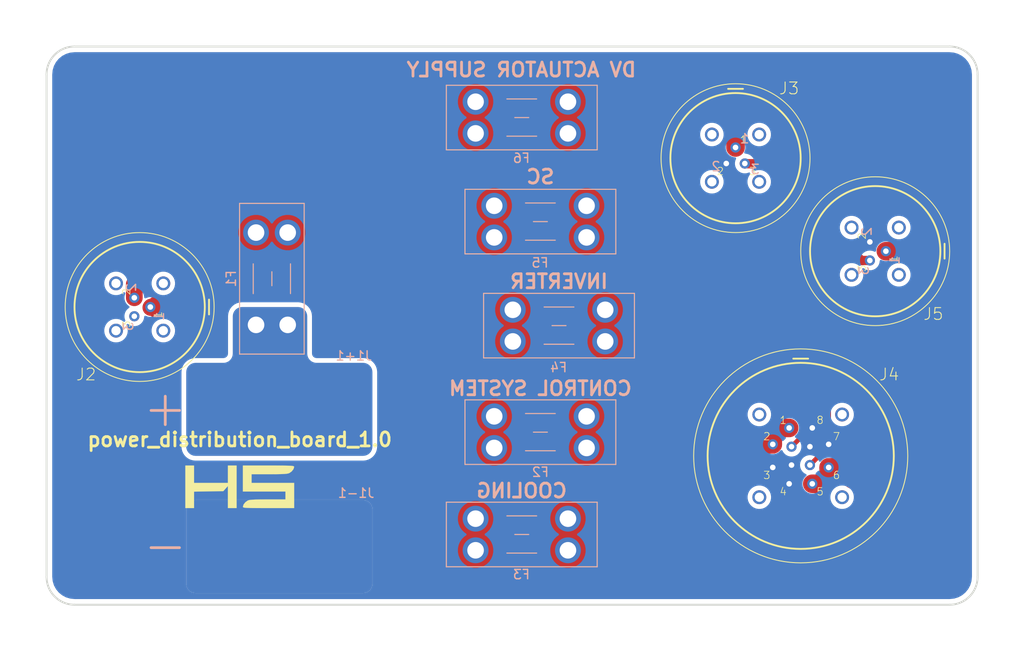
<source format=kicad_pcb>
(kicad_pcb (version 20171130) (host pcbnew "(5.1.4-0)")

  (general
    (thickness 1.6)
    (drawings 16)
    (tracks 71)
    (zones 0)
    (modules 13)
    (nets 12)
  )

  (page A4)
  (layers
    (0 F.Cu signal)
    (31 B.Cu signal)
    (32 B.Adhes user)
    (33 F.Adhes user)
    (34 B.Paste user)
    (35 F.Paste user)
    (36 B.SilkS user)
    (37 F.SilkS user)
    (38 B.Mask user)
    (39 F.Mask user)
    (40 Dwgs.User user)
    (41 Cmts.User user)
    (42 Eco1.User user)
    (43 Eco2.User user)
    (44 Edge.Cuts user)
    (45 Margin user)
    (46 B.CrtYd user)
    (47 F.CrtYd user)
    (48 B.Fab user)
    (49 F.Fab user)
  )

  (setup
    (last_trace_width 0.25)
    (user_trace_width 0.5)
    (user_trace_width 1)
    (user_trace_width 1.8)
    (user_trace_width 2)
    (user_trace_width 2.5)
    (user_trace_width 3)
    (user_trace_width 4)
    (user_trace_width 5)
    (user_trace_width 8)
    (user_trace_width 10)
    (trace_clearance 0.2)
    (zone_clearance 0.508)
    (zone_45_only no)
    (trace_min 0.2)
    (via_size 0.8)
    (via_drill 0.4)
    (via_min_size 0.4)
    (via_min_drill 0.3)
    (uvia_size 0.3)
    (uvia_drill 0.1)
    (uvias_allowed no)
    (uvia_min_size 0.2)
    (uvia_min_drill 0.1)
    (edge_width 0.05)
    (segment_width 0.2)
    (pcb_text_width 0.3)
    (pcb_text_size 1.5 1.5)
    (mod_edge_width 0.12)
    (mod_text_size 1 1)
    (mod_text_width 0.15)
    (pad_size 5 2)
    (pad_drill 0)
    (pad_to_mask_clearance 0.051)
    (solder_mask_min_width 0.25)
    (aux_axis_origin 0 0)
    (grid_origin 182 83)
    (visible_elements FFFFFF7F)
    (pcbplotparams
      (layerselection 0x010fc_ffffffff)
      (usegerberextensions false)
      (usegerberattributes false)
      (usegerberadvancedattributes false)
      (creategerberjobfile false)
      (excludeedgelayer true)
      (linewidth 0.100000)
      (plotframeref false)
      (viasonmask false)
      (mode 1)
      (useauxorigin false)
      (hpglpennumber 1)
      (hpglpenspeed 20)
      (hpglpendiameter 15.000000)
      (psnegative false)
      (psa4output false)
      (plotreference true)
      (plotvalue true)
      (plotinvisibletext false)
      (padsonsilk false)
      (subtractmaskfromsilk false)
      (outputformat 1)
      (mirror false)
      (drillshape 1)
      (scaleselection 1)
      (outputdirectory ""))
  )

  (net 0 "")
  (net 1 /LV_power_distribution_board_supply)
  (net 2 /fused_power_distribution_board_supply)
  (net 3 /control_systems_supply)
  (net 4 /cooling_supply)
  (net 5 /inverter_supply)
  (net 6 /SC_fuse_RES)
  (net 7 /LV_ASMS)
  (net 8 /DV_actuator_supply)
  (net 9 "Net-(J2-Pad3)")
  (net 10 /DV_actuator_gnd)
  (net 11 /RES2)

  (net_class Default "This is the default net class."
    (clearance 0.2)
    (trace_width 0.25)
    (via_dia 0.8)
    (via_drill 0.4)
    (uvia_dia 0.3)
    (uvia_drill 0.1)
    (add_net /DV_actuator_gnd)
    (add_net /DV_actuator_supply)
    (add_net /LV_ASMS)
    (add_net /LV_power_distribution_board_supply)
    (add_net /RES2)
    (add_net /SC_fuse_RES)
    (add_net /control_systems_supply)
    (add_net /cooling_supply)
    (add_net /fused_power_distribution_board_supply)
    (add_net /inverter_supply)
    (add_net "Net-(J2-Pad3)")
  )

  (module KTHFS:holger_stenbergs (layer F.Cu) (tedit 0) (tstamp 60D2B4D5)
    (at 122.75 100.75)
    (fp_text reference G*** (at 0 0) (layer F.SilkS) hide
      (effects (font (size 1.524 1.524) (thickness 0.3)))
    )
    (fp_text value LOGO (at 0.75 0) (layer F.SilkS) hide
      (effects (font (size 1.524 1.524) (thickness 0.3)))
    )
    (fp_poly (pts (xy 3.846366 -2.708849) (xy 4.45009 -2.706775) (xy 4.918532 -2.702181) (xy 5.268715 -2.694135)
      (xy 5.517665 -2.681706) (xy 5.682405 -2.663963) (xy 5.779961 -2.639975) (xy 5.827356 -2.608811)
      (xy 5.841617 -2.56954) (xy 5.842 -2.558839) (xy 5.768453 -2.317201) (xy 5.575584 -2.076601)
      (xy 5.333065 -1.904517) (xy 5.217318 -1.861474) (xy 5.044162 -1.828894) (xy 4.792242 -1.805523)
      (xy 4.440207 -1.790105) (xy 3.966704 -1.781387) (xy 3.350378 -1.778115) (xy 3.179205 -1.778)
      (xy 1.27 -1.778) (xy 1.27 -0.846667) (xy 5.842 -0.846667) (xy 5.842 1.862667)
      (xy 3.090334 1.862667) (xy 2.334301 1.862182) (xy 1.730577 1.860108) (xy 1.262135 1.855514)
      (xy 0.911952 1.847468) (xy 0.663002 1.835039) (xy 0.498262 1.817296) (xy 0.400706 1.793308)
      (xy 0.353311 1.762144) (xy 0.33905 1.722873) (xy 0.338667 1.712172) (xy 0.412214 1.470534)
      (xy 0.605083 1.229934) (xy 0.847602 1.05785) (xy 0.963349 1.014807) (xy 1.136505 0.982227)
      (xy 1.388425 0.958856) (xy 1.74046 0.943438) (xy 2.213963 0.93472) (xy 2.830289 0.931448)
      (xy 3.001462 0.931333) (xy 4.910667 0.931333) (xy 4.910667 0.084667) (xy 0.338667 0.084667)
      (xy 0.338667 -2.709333) (xy 3.090334 -2.709333) (xy 3.846366 -2.708849)) (layer F.SilkS) (width 0.01))
    (fp_poly (pts (xy -4.910666 -0.846667) (xy -1.27 -0.846667) (xy -1.27 -2.709333) (xy -0.338666 -2.709333)
      (xy -0.338666 1.862667) (xy -1.27 1.862667) (xy -1.27 -0.510672) (xy -1.516869 -0.234169)
      (xy -1.763739 0.042333) (xy -3.337203 0.068736) (xy -4.910666 0.095138) (xy -4.910666 1.862667)
      (xy -5.842 1.862667) (xy -5.842 -2.709333) (xy -4.910666 -2.709333) (xy -4.910666 -0.846667)) (layer F.SilkS) (width 0.01))
  )

  (module KTHFS:WirePad_2mm-5mm (layer B.Cu) (tedit 5CB07D21) (tstamp 60CE4B8B)
    (at 127 103)
    (path /60BF2F63)
    (fp_text reference J1-1 (at 8.25 -2) (layer B.SilkS)
      (effects (font (size 1 1) (thickness 0.15)) (justify mirror))
    )
    (fp_text value solder_pad (at 0 0.5) (layer B.Fab)
      (effects (font (size 1 1) (thickness 0.15)) (justify mirror))
    )
    (pad 1 smd rect (at 0 0) (size 5 2) (layers B.Cu B.Paste B.Mask)
      (net 10 /DV_actuator_gnd))
  )

  (module KTHFS:WirePad_2mm-5mm (layer B.Cu) (tedit 60CF074C) (tstamp 60CE4B86)
    (at 127 89.2)
    (path /60BF2647)
    (fp_text reference J1+1 (at 8 -2.95) (layer B.SilkS)
      (effects (font (size 1 1) (thickness 0.15)) (justify mirror))
    )
    (fp_text value solder_pad (at 0 0.5) (layer B.Fab)
      (effects (font (size 1 1) (thickness 0.15)) (justify mirror))
    )
    (pad 1 smd rect (at 0 0) (size 5 2) (layers B.Cu B.Paste B.Mask)
      (net 1 /LV_power_distribution_board_supply) (clearance 1))
  )

  (module KTHFS:HEN.2F.312 (layer F.Cu) (tedit 5FE0FFE0) (tstamp 60BD3E75)
    (at 183 97)
    (descr "LEMO CONNECTOR")
    (tags "LEMO CONNECTOR")
    (path /60BD4B54)
    (attr virtual)
    (fp_text reference J4 (at 9.5 -8.75) (layer F.SilkS)
      (effects (font (size 1.27 1.27) (thickness 0.1016)))
    )
    (fp_text value "LEMO: HEN.2F.312" (at 3.81 12.36472) (layer F.SilkS) hide
      (effects (font (size 1.27 1.27) (thickness 0.1016)))
    )
    (fp_text user 1 (at -1.88214 -3.84048) (layer F.SilkS)
      (effects (font (size 0.79756 0.79756) (thickness 0.0762)))
    )
    (fp_text user 2 (at -3.64236 -2.0828) (layer F.SilkS)
      (effects (font (size 0.79756 0.79756) (thickness 0.0762)))
    )
    (fp_text user 3 (at -3.64236 2.0828) (layer F.SilkS)
      (effects (font (size 0.79756 0.79756) (thickness 0.0762)))
    )
    (fp_text user 4 (at -1.88214 3.84048) (layer F.SilkS)
      (effects (font (size 0.79756 0.79756) (thickness 0.0762)))
    )
    (fp_text user 5 (at 2.0828 3.84048) (layer F.SilkS)
      (effects (font (size 0.79756 0.79756) (thickness 0.0762)))
    )
    (fp_text user 6 (at 3.84048 2.0828) (layer F.SilkS)
      (effects (font (size 0.79756 0.79756) (thickness 0.0762)))
    )
    (fp_text user 7 (at 3.84048 -2.0828) (layer F.SilkS)
      (effects (font (size 0.79756 0.79756) (thickness 0.0762)))
    )
    (fp_text user 8 (at 2.0828 -3.84048) (layer F.SilkS)
      (effects (font (size 0.79756 0.79756) (thickness 0.0762)))
    )
    (fp_circle (center 0 0) (end 0 -11.49858) (layer F.SilkS) (width 0.09906))
    (fp_circle (center 0 0) (end 0 -9.99998) (layer F.SilkS) (width 0.19812))
    (fp_line (start -0.79756 -10.44956) (end 0.79756 -10.44956) (layer F.SilkS) (width 0.19812))
    (pad 1 thru_hole circle (at -1.24206 -3.00228) (size 1.09982 1.09982) (drill 0.59944) (layers *.Cu *.Paste *.Mask)
      (net 3 /control_systems_supply))
    (pad 2 thru_hole circle (at -3.00228 -1.24206) (size 1.09982 1.09982) (drill 0.59944) (layers *.Cu *.Paste *.Mask)
      (net 3 /control_systems_supply))
    (pad 3 thru_hole circle (at -3.00228 1.24206) (size 1.09982 1.09982) (drill 0.59944) (layers *.Cu *.Paste *.Mask)
      (net 10 /DV_actuator_gnd))
    (pad 4 thru_hole circle (at -1.24206 3.00228) (size 1.09982 1.09982) (drill 0.59944) (layers *.Cu *.Paste *.Mask)
      (net 10 /DV_actuator_gnd))
    (pad 5 thru_hole circle (at 1.24206 3.00228) (size 1.09982 1.09982) (drill 0.59944) (layers *.Cu *.Paste *.Mask)
      (net 4 /cooling_supply))
    (pad 6 thru_hole circle (at 3.00228 1.24206) (size 1.09982 1.09982) (drill 0.59944) (layers *.Cu *.Paste *.Mask)
      (net 4 /cooling_supply))
    (pad 7 thru_hole circle (at 3.00228 -1.24206) (size 1.09982 1.09982) (drill 0.59944) (layers *.Cu *.Paste *.Mask)
      (net 10 /DV_actuator_gnd))
    (pad 8 thru_hole circle (at 1.24206 -3.00228) (size 1.09982 1.09982) (drill 0.59944) (layers *.Cu *.Paste *.Mask)
      (net 10 /DV_actuator_gnd))
    (pad 9 thru_hole circle (at -0.98806 -0.98806) (size 1.09982 1.09982) (drill 0.59944) (layers *.Cu *.Paste *.Mask)
      (net 5 /inverter_supply))
    (pad 10 thru_hole circle (at -0.98806 0.98806) (size 1.09982 1.09982) (drill 0.59944) (layers *.Cu *.Paste *.Mask)
      (net 10 /DV_actuator_gnd))
    (pad 11 thru_hole circle (at 0.98806 0.98806) (size 1.09982 1.09982) (drill 0.59944) (layers *.Cu *.Paste *.Mask)
      (net 6 /SC_fuse_RES))
    (pad 12 thru_hole circle (at 0.98806 -0.98806) (size 1.09982 1.09982) (drill 0.59944) (layers *.Cu *.Paste *.Mask)
      (net 10 /DV_actuator_gnd))
    (pad 14 thru_hole circle (at -4.445 4.445) (size 1.4986 1.4986) (drill 0.99822) (layers *.Cu *.Paste *.Mask))
    (pad 15 thru_hole circle (at 4.445 4.445) (size 1.4986 1.4986) (drill 0.99822) (layers *.Cu *.Paste *.Mask))
    (pad 16 thru_hole circle (at 4.445 -4.445) (size 1.4986 1.4986) (drill 0.99822) (layers *.Cu *.Paste *.Mask))
    (pad 17 thru_hole circle (at -4.445 -4.445) (size 1.4986 1.4986) (drill 0.99822) (layers *.Cu *.Paste *.Mask))
    (model ${KICAD_INFRASTRUCTURE}/libraries/3dmodels/HEN.2F.312.stp
      (offset (xyz 0 0 18))
      (scale (xyz 1 1 1))
      (rotate (xyz 0 90 0))
    )
  )

  (module KTHFS:HEN.0F.303 (layer F.Cu) (tedit 5FE10115) (tstamp 60BD3E89)
    (at 191 75 270)
    (descr "LEMO CONNECTOR")
    (tags "LEMO CONNECTOR")
    (path /60BE321B)
    (attr virtual)
    (fp_text reference J5 (at 6.75 -6.25 180) (layer F.SilkS)
      (effects (font (size 1.27 1.27) (thickness 0.1016)))
    )
    (fp_text value "LEMO: HEN. 0F. 303" (at 3.81 8.8646 90) (layer F.SilkS) hide
      (effects (font (size 1.27 1.27) (thickness 0.1016)))
    )
    (fp_text user 3 (at 2.1 1.2 90) (layer B.SilkS)
      (effects (font (size 1 1) (thickness 0.15)) (justify mirror))
    )
    (fp_text user 2 (at -2.1 0.9 90) (layer B.SilkS)
      (effects (font (size 1 1) (thickness 0.15)) (justify mirror))
    )
    (fp_text user 1 (at 1 -2.1 90) (layer B.SilkS)
      (effects (font (size 1 1) (thickness 0.15)) (justify mirror))
    )
    (fp_text user 1 (at 0.8382 -1.98882 90) (layer F.SilkS)
      (effects (font (size 0.79756 0.79756) (thickness 0.0762)))
    )
    (fp_text user 2 (at -1.63576 1.41478 90) (layer F.SilkS)
      (effects (font (size 0.79756 0.79756) (thickness 0.0762)))
    )
    (fp_text user 3 (at 1.83388 1.41478 90) (layer F.SilkS)
      (effects (font (size 0.79756 0.79756) (thickness 0.0762)))
    )
    (fp_circle (center 0 0) (end 0 -7.99846) (layer F.SilkS) (width 0.09906))
    (fp_circle (center 0 0) (end 0 -6.9977) (layer F.SilkS) (width 0.19812))
    (fp_line (start -0.79756 -7.44982) (end 0.79756 -7.44982) (layer F.SilkS) (width 0.19812))
    (pad 1 thru_hole circle (at 0 -1.14808 270) (size 1.09982 1.09982) (drill 0.59944) (layers *.Cu *.Paste *.Mask)
      (net 8 /DV_actuator_supply))
    (pad 2 thru_hole circle (at -0.99568 0.57404 270) (size 1.09982 1.09982) (drill 0.59944) (layers *.Cu *.Paste *.Mask)
      (net 10 /DV_actuator_gnd))
    (pad 3 thru_hole circle (at 0.99568 0.57404 270) (size 1.09982 1.09982) (drill 0.59944) (layers *.Cu *.Paste *.Mask)
      (net 11 /RES2))
    (pad 5 thru_hole circle (at -2.54 2.54 270) (size 1.4986 1.4986) (drill 0.99822) (layers *.Cu *.Paste *.Mask))
    (pad 6 thru_hole circle (at 2.54 2.54 270) (size 1.4986 1.4986) (drill 0.99822) (layers *.Cu *.Paste *.Mask))
    (pad 7 thru_hole circle (at 2.54 -2.54 270) (size 1.4986 1.4986) (drill 0.99822) (layers *.Cu *.Paste *.Mask))
    (pad 8 thru_hole circle (at -2.54 -2.54 270) (size 1.4986 1.4986) (drill 0.99822) (layers *.Cu *.Paste *.Mask))
    (model ${KICAD_INFRASTRUCTURE}/libraries/3dmodels/HEN.0F.303.stp
      (offset (xyz 0 0 18))
      (scale (xyz 1 1 1))
      (rotate (xyz 0 90 0))
    )
  )

  (module KTHFS:HEN.0F.303 (layer F.Cu) (tedit 5FE10115) (tstamp 60BD3E56)
    (at 176 65)
    (descr "LEMO CONNECTOR")
    (tags "LEMO CONNECTOR")
    (path /60BD3B74)
    (attr virtual)
    (fp_text reference J3 (at 5.75 -7.5) (layer F.SilkS)
      (effects (font (size 1.27 1.27) (thickness 0.1016)))
    )
    (fp_text value "LEMO: HEN. 0F. 303" (at 3.81 8.8646) (layer F.SilkS) hide
      (effects (font (size 1.27 1.27) (thickness 0.1016)))
    )
    (fp_text user 3 (at 2.1 1.2) (layer B.SilkS)
      (effects (font (size 1 1) (thickness 0.15)) (justify mirror))
    )
    (fp_text user 2 (at -2.1 0.9) (layer B.SilkS)
      (effects (font (size 1 1) (thickness 0.15)) (justify mirror))
    )
    (fp_text user 1 (at 1 -2.1) (layer B.SilkS)
      (effects (font (size 1 1) (thickness 0.15)) (justify mirror))
    )
    (fp_text user 1 (at 0.8382 -1.98882) (layer F.SilkS)
      (effects (font (size 0.79756 0.79756) (thickness 0.0762)))
    )
    (fp_text user 2 (at -1.63576 1.41478) (layer F.SilkS)
      (effects (font (size 0.79756 0.79756) (thickness 0.0762)))
    )
    (fp_text user 3 (at 1.83388 1.41478) (layer F.SilkS)
      (effects (font (size 0.79756 0.79756) (thickness 0.0762)))
    )
    (fp_circle (center 0 0) (end 0 -7.99846) (layer F.SilkS) (width 0.09906))
    (fp_circle (center 0 0) (end 0 -6.9977) (layer F.SilkS) (width 0.19812))
    (fp_line (start -0.79756 -7.44982) (end 0.79756 -7.44982) (layer F.SilkS) (width 0.19812))
    (pad 1 thru_hole circle (at 0 -1.14808) (size 1.09982 1.09982) (drill 0.59944) (layers *.Cu *.Paste *.Mask)
      (net 8 /DV_actuator_supply))
    (pad 2 thru_hole circle (at -0.99568 0.57404) (size 1.09982 1.09982) (drill 0.59944) (layers *.Cu *.Paste *.Mask)
      (net 10 /DV_actuator_gnd))
    (pad 3 thru_hole circle (at 0.99568 0.57404) (size 1.09982 1.09982) (drill 0.59944) (layers *.Cu *.Paste *.Mask)
      (net 11 /RES2))
    (pad 5 thru_hole circle (at -2.54 2.54) (size 1.4986 1.4986) (drill 0.99822) (layers *.Cu *.Paste *.Mask))
    (pad 6 thru_hole circle (at 2.54 2.54) (size 1.4986 1.4986) (drill 0.99822) (layers *.Cu *.Paste *.Mask))
    (pad 7 thru_hole circle (at 2.54 -2.54) (size 1.4986 1.4986) (drill 0.99822) (layers *.Cu *.Paste *.Mask))
    (pad 8 thru_hole circle (at -2.54 -2.54) (size 1.4986 1.4986) (drill 0.99822) (layers *.Cu *.Paste *.Mask))
    (model ${KICAD_INFRASTRUCTURE}/libraries/3dmodels/HEN.0F.303.stp
      (offset (xyz 0 0 18))
      (scale (xyz 1 1 1))
      (rotate (xyz 0 90 0))
    )
  )

  (module KTHFS:HEN.0F.303 (layer F.Cu) (tedit 5FE10115) (tstamp 60BD3E42)
    (at 112 81 270)
    (descr "LEMO CONNECTOR")
    (tags "LEMO CONNECTOR")
    (path /60BD2223)
    (attr virtual)
    (fp_text reference J2 (at 7.25 5.75 180) (layer F.SilkS)
      (effects (font (size 1.27 1.27) (thickness 0.1016)))
    )
    (fp_text value "LEMO: HES. 0F. 303" (at 3.81 8.8646 90) (layer F.SilkS) hide
      (effects (font (size 1.27 1.27) (thickness 0.1016)))
    )
    (fp_text user 3 (at 2.1 1.2 90) (layer B.SilkS)
      (effects (font (size 1 1) (thickness 0.15)) (justify mirror))
    )
    (fp_text user 2 (at -2.1 0.9 90) (layer B.SilkS)
      (effects (font (size 1 1) (thickness 0.15)) (justify mirror))
    )
    (fp_text user 1 (at 1 -2.1 90) (layer B.SilkS)
      (effects (font (size 1 1) (thickness 0.15)) (justify mirror))
    )
    (fp_text user 1 (at 0.8382 -1.98882 90) (layer F.SilkS)
      (effects (font (size 0.79756 0.79756) (thickness 0.0762)))
    )
    (fp_text user 2 (at -1.63576 1.41478 90) (layer F.SilkS)
      (effects (font (size 0.79756 0.79756) (thickness 0.0762)))
    )
    (fp_text user 3 (at 1.83388 1.41478 90) (layer F.SilkS)
      (effects (font (size 0.79756 0.79756) (thickness 0.0762)))
    )
    (fp_circle (center 0 0) (end 0 -7.99846) (layer F.SilkS) (width 0.09906))
    (fp_circle (center 0 0) (end 0 -6.9977) (layer F.SilkS) (width 0.19812))
    (fp_line (start -0.79756 -7.44982) (end 0.79756 -7.44982) (layer F.SilkS) (width 0.19812))
    (pad 1 thru_hole circle (at 0 -1.14808 270) (size 1.09982 1.09982) (drill 0.59944) (layers *.Cu *.Paste *.Mask)
      (net 2 /fused_power_distribution_board_supply))
    (pad 2 thru_hole circle (at -0.99568 0.57404 270) (size 1.09982 1.09982) (drill 0.59944) (layers *.Cu *.Paste *.Mask)
      (net 7 /LV_ASMS))
    (pad 3 thru_hole circle (at 0.99568 0.57404 270) (size 1.09982 1.09982) (drill 0.59944) (layers *.Cu *.Paste *.Mask)
      (net 9 "Net-(J2-Pad3)"))
    (pad 5 thru_hole circle (at -2.54 2.54 270) (size 1.4986 1.4986) (drill 0.99822) (layers *.Cu *.Paste *.Mask))
    (pad 6 thru_hole circle (at 2.54 2.54 270) (size 1.4986 1.4986) (drill 0.99822) (layers *.Cu *.Paste *.Mask))
    (pad 7 thru_hole circle (at 2.54 -2.54 270) (size 1.4986 1.4986) (drill 0.99822) (layers *.Cu *.Paste *.Mask))
    (pad 8 thru_hole circle (at -2.54 -2.54 270) (size 1.4986 1.4986) (drill 0.99822) (layers *.Cu *.Paste *.Mask))
    (model ${KICAD_INFRASTRUCTURE}/libraries/3dmodels/HEN.0F.303.stp
      (offset (xyz 0 0 18))
      (scale (xyz 1 1 1))
      (rotate (xyz 0 90 0))
    )
  )

  (module Fuse:Fuseholder_Blade_Mini_Keystone_3568 (layer B.Cu) (tedit 5C39DE81) (tstamp 60BD3E2E)
    (at 158 58.936666 180)
    (descr "fuse holder, car blade fuse mini, http://www.keyelco.com/product-pdf.cfm?p=306")
    (tags "car blade fuse mini")
    (path /60C1A03E)
    (fp_text reference F6 (at 5 -6.063334) (layer B.SilkS)
      (effects (font (size 1 1) (thickness 0.15)) (justify mirror))
    )
    (fp_text value Fuse (at 4.96 -6.07) (layer B.Fab)
      (effects (font (size 1 1) (thickness 0.15)) (justify mirror))
    )
    (fp_text user %R (at 4.96 -1.7) (layer B.Fab)
      (effects (font (size 1 1) (thickness 0.15)) (justify mirror))
    )
    (fp_line (start 13.21 1.92) (end -3.29 1.92) (layer B.CrtYd) (width 0.05))
    (fp_line (start 13.21 -5.32) (end 13.21 1.92) (layer B.CrtYd) (width 0.05))
    (fp_line (start -3.29 -5.32) (end 13.21 -5.32) (layer B.CrtYd) (width 0.05))
    (fp_line (start -3.29 1.92) (end -3.29 -5.32) (layer B.CrtYd) (width 0.05))
    (fp_line (start 3.36 0.3) (end 6.56 0.3) (layer B.SilkS) (width 0.12))
    (fp_line (start 6.56 -3.7) (end 3.36 -3.7) (layer B.SilkS) (width 0.12))
    (fp_line (start 4.21 -1.7) (end 5.71 -1.7) (layer B.SilkS) (width 0.12))
    (fp_line (start 13.06 1.77) (end -3.14 1.77) (layer B.SilkS) (width 0.12))
    (fp_line (start 13.06 -5.17) (end 13.06 1.77) (layer B.SilkS) (width 0.12))
    (fp_line (start -3.14 -5.17) (end 13.06 -5.17) (layer B.SilkS) (width 0.12))
    (fp_line (start -3.14 1.77) (end -3.14 -5.17) (layer B.SilkS) (width 0.12))
    (fp_line (start 12.96 1.67) (end -3.04 1.67) (layer B.Fab) (width 0.1))
    (fp_line (start 12.96 -5.07) (end 12.96 1.67) (layer B.Fab) (width 0.1))
    (fp_line (start -3.04 -5.07) (end 12.96 -5.07) (layer B.Fab) (width 0.1))
    (fp_line (start -3.04 1.67) (end -3.04 -5.07) (layer B.Fab) (width 0.1))
    (pad 2 thru_hole circle (at 9.92 -3.4 180) (size 2.78 2.78) (drill 1.78) (layers *.Cu *.Mask)
      (net 7 /LV_ASMS))
    (pad 2 thru_hole circle (at 9.92 0 180) (size 2.78 2.78) (drill 1.78) (layers *.Cu *.Mask)
      (net 7 /LV_ASMS))
    (pad 1 thru_hole circle (at 0 -3.4 180) (size 2.78 2.78) (drill 1.78) (layers *.Cu *.Mask)
      (net 8 /DV_actuator_supply))
    (pad 1 thru_hole circle (at 0 0 180) (size 2.78 2.78) (drill 1.78) (layers *.Cu *.Mask)
      (net 8 /DV_actuator_supply))
    (model ${KISYS3DMOD}/Fuse.3dshapes/Fuseholder_Blade_Mini_Keystone_3568.wrl
      (at (xyz 0 0 0))
      (scale (xyz 1 1 1))
      (rotate (xyz 0 0 0))
    )
  )

  (module Fuse:Fuseholder_Blade_Mini_Keystone_3568 (layer B.Cu) (tedit 5C39DE81) (tstamp 60BD3E16)
    (at 160 70.118332 180)
    (descr "fuse holder, car blade fuse mini, http://www.keyelco.com/product-pdf.cfm?p=306")
    (tags "car blade fuse mini")
    (path /60BF1C82)
    (fp_text reference F5 (at 5 -6.131668) (layer B.SilkS)
      (effects (font (size 1 1) (thickness 0.15)) (justify mirror))
    )
    (fp_text value Fuse (at 4.96 -6.07) (layer B.Fab)
      (effects (font (size 1 1) (thickness 0.15)) (justify mirror))
    )
    (fp_text user %R (at 4.96 -1.7) (layer B.Fab)
      (effects (font (size 1 1) (thickness 0.15)) (justify mirror))
    )
    (fp_line (start 13.21 1.92) (end -3.29 1.92) (layer B.CrtYd) (width 0.05))
    (fp_line (start 13.21 -5.32) (end 13.21 1.92) (layer B.CrtYd) (width 0.05))
    (fp_line (start -3.29 -5.32) (end 13.21 -5.32) (layer B.CrtYd) (width 0.05))
    (fp_line (start -3.29 1.92) (end -3.29 -5.32) (layer B.CrtYd) (width 0.05))
    (fp_line (start 3.36 0.3) (end 6.56 0.3) (layer B.SilkS) (width 0.12))
    (fp_line (start 6.56 -3.7) (end 3.36 -3.7) (layer B.SilkS) (width 0.12))
    (fp_line (start 4.21 -1.7) (end 5.71 -1.7) (layer B.SilkS) (width 0.12))
    (fp_line (start 13.06 1.77) (end -3.14 1.77) (layer B.SilkS) (width 0.12))
    (fp_line (start 13.06 -5.17) (end 13.06 1.77) (layer B.SilkS) (width 0.12))
    (fp_line (start -3.14 -5.17) (end 13.06 -5.17) (layer B.SilkS) (width 0.12))
    (fp_line (start -3.14 1.77) (end -3.14 -5.17) (layer B.SilkS) (width 0.12))
    (fp_line (start 12.96 1.67) (end -3.04 1.67) (layer B.Fab) (width 0.1))
    (fp_line (start 12.96 -5.07) (end 12.96 1.67) (layer B.Fab) (width 0.1))
    (fp_line (start -3.04 -5.07) (end 12.96 -5.07) (layer B.Fab) (width 0.1))
    (fp_line (start -3.04 1.67) (end -3.04 -5.07) (layer B.Fab) (width 0.1))
    (pad 2 thru_hole circle (at 9.92 -3.4 180) (size 2.78 2.78) (drill 1.78) (layers *.Cu *.Mask)
      (net 2 /fused_power_distribution_board_supply))
    (pad 2 thru_hole circle (at 9.92 0 180) (size 2.78 2.78) (drill 1.78) (layers *.Cu *.Mask)
      (net 2 /fused_power_distribution_board_supply))
    (pad 1 thru_hole circle (at 0 -3.4 180) (size 2.78 2.78) (drill 1.78) (layers *.Cu *.Mask)
      (net 6 /SC_fuse_RES))
    (pad 1 thru_hole circle (at 0 0 180) (size 2.78 2.78) (drill 1.78) (layers *.Cu *.Mask)
      (net 6 /SC_fuse_RES))
    (model ${KISYS3DMOD}/Fuse.3dshapes/Fuseholder_Blade_Mini_Keystone_3568.wrl
      (at (xyz 0 0 0))
      (scale (xyz 1 1 1))
      (rotate (xyz 0 0 0))
    )
  )

  (module Fuse:Fuseholder_Blade_Mini_Keystone_3568 (layer B.Cu) (tedit 5C39DE81) (tstamp 60BD3DFE)
    (at 162 81.299998 180)
    (descr "fuse holder, car blade fuse mini, http://www.keyelco.com/product-pdf.cfm?p=306")
    (tags "car blade fuse mini")
    (path /60C19506)
    (fp_text reference F4 (at 5 -6.200002) (layer B.SilkS)
      (effects (font (size 1 1) (thickness 0.15)) (justify mirror))
    )
    (fp_text value Fuse (at 4.96 -6.07) (layer B.Fab)
      (effects (font (size 1 1) (thickness 0.15)) (justify mirror))
    )
    (fp_text user %R (at 4.96 -1.7) (layer B.Fab)
      (effects (font (size 1 1) (thickness 0.15)) (justify mirror))
    )
    (fp_line (start 13.21 1.92) (end -3.29 1.92) (layer B.CrtYd) (width 0.05))
    (fp_line (start 13.21 -5.32) (end 13.21 1.92) (layer B.CrtYd) (width 0.05))
    (fp_line (start -3.29 -5.32) (end 13.21 -5.32) (layer B.CrtYd) (width 0.05))
    (fp_line (start -3.29 1.92) (end -3.29 -5.32) (layer B.CrtYd) (width 0.05))
    (fp_line (start 3.36 0.3) (end 6.56 0.3) (layer B.SilkS) (width 0.12))
    (fp_line (start 6.56 -3.7) (end 3.36 -3.7) (layer B.SilkS) (width 0.12))
    (fp_line (start 4.21 -1.7) (end 5.71 -1.7) (layer B.SilkS) (width 0.12))
    (fp_line (start 13.06 1.77) (end -3.14 1.77) (layer B.SilkS) (width 0.12))
    (fp_line (start 13.06 -5.17) (end 13.06 1.77) (layer B.SilkS) (width 0.12))
    (fp_line (start -3.14 -5.17) (end 13.06 -5.17) (layer B.SilkS) (width 0.12))
    (fp_line (start -3.14 1.77) (end -3.14 -5.17) (layer B.SilkS) (width 0.12))
    (fp_line (start 12.96 1.67) (end -3.04 1.67) (layer B.Fab) (width 0.1))
    (fp_line (start 12.96 -5.07) (end 12.96 1.67) (layer B.Fab) (width 0.1))
    (fp_line (start -3.04 -5.07) (end 12.96 -5.07) (layer B.Fab) (width 0.1))
    (fp_line (start -3.04 1.67) (end -3.04 -5.07) (layer B.Fab) (width 0.1))
    (pad 2 thru_hole circle (at 9.92 -3.4 180) (size 2.78 2.78) (drill 1.78) (layers *.Cu *.Mask)
      (net 2 /fused_power_distribution_board_supply))
    (pad 2 thru_hole circle (at 9.92 0 180) (size 2.78 2.78) (drill 1.78) (layers *.Cu *.Mask)
      (net 2 /fused_power_distribution_board_supply))
    (pad 1 thru_hole circle (at 0 -3.4 180) (size 2.78 2.78) (drill 1.78) (layers *.Cu *.Mask)
      (net 5 /inverter_supply))
    (pad 1 thru_hole circle (at 0 0 180) (size 2.78 2.78) (drill 1.78) (layers *.Cu *.Mask)
      (net 5 /inverter_supply))
    (model ${KISYS3DMOD}/Fuse.3dshapes/Fuseholder_Blade_Mini_Keystone_3568.wrl
      (at (xyz 0 0 0))
      (scale (xyz 1 1 1))
      (rotate (xyz 0 0 0))
    )
  )

  (module Fuse:Fuseholder_Blade_Mini_Keystone_3568 (layer B.Cu) (tedit 5C39DE81) (tstamp 60CDD185)
    (at 158 103.75 180)
    (descr "fuse holder, car blade fuse mini, http://www.keyelco.com/product-pdf.cfm?p=306")
    (tags "car blade fuse mini")
    (path /60C18B10)
    (fp_text reference F3 (at 5 -6) (layer B.SilkS)
      (effects (font (size 1 1) (thickness 0.15)) (justify mirror))
    )
    (fp_text value Fuse (at 4.96 -6.07) (layer B.Fab)
      (effects (font (size 1 1) (thickness 0.15)) (justify mirror))
    )
    (fp_text user %R (at 4.96 -1.7) (layer B.Fab)
      (effects (font (size 1 1) (thickness 0.15)) (justify mirror))
    )
    (fp_line (start 13.21 1.92) (end -3.29 1.92) (layer B.CrtYd) (width 0.05))
    (fp_line (start 13.21 -5.32) (end 13.21 1.92) (layer B.CrtYd) (width 0.05))
    (fp_line (start -3.29 -5.32) (end 13.21 -5.32) (layer B.CrtYd) (width 0.05))
    (fp_line (start -3.29 1.92) (end -3.29 -5.32) (layer B.CrtYd) (width 0.05))
    (fp_line (start 3.36 0.3) (end 6.56 0.3) (layer B.SilkS) (width 0.12))
    (fp_line (start 6.56 -3.7) (end 3.36 -3.7) (layer B.SilkS) (width 0.12))
    (fp_line (start 4.21 -1.7) (end 5.71 -1.7) (layer B.SilkS) (width 0.12))
    (fp_line (start 13.06 1.77) (end -3.14 1.77) (layer B.SilkS) (width 0.12))
    (fp_line (start 13.06 -5.17) (end 13.06 1.77) (layer B.SilkS) (width 0.12))
    (fp_line (start -3.14 -5.17) (end 13.06 -5.17) (layer B.SilkS) (width 0.12))
    (fp_line (start -3.14 1.77) (end -3.14 -5.17) (layer B.SilkS) (width 0.12))
    (fp_line (start 12.96 1.67) (end -3.04 1.67) (layer B.Fab) (width 0.1))
    (fp_line (start 12.96 -5.07) (end 12.96 1.67) (layer B.Fab) (width 0.1))
    (fp_line (start -3.04 -5.07) (end 12.96 -5.07) (layer B.Fab) (width 0.1))
    (fp_line (start -3.04 1.67) (end -3.04 -5.07) (layer B.Fab) (width 0.1))
    (pad 2 thru_hole circle (at 9.92 -3.4 180) (size 2.78 2.78) (drill 1.78) (layers *.Cu *.Mask)
      (net 2 /fused_power_distribution_board_supply))
    (pad 2 thru_hole circle (at 9.92 0 180) (size 2.78 2.78) (drill 1.78) (layers *.Cu *.Mask)
      (net 2 /fused_power_distribution_board_supply))
    (pad 1 thru_hole circle (at 0 -3.4 180) (size 2.78 2.78) (drill 1.78) (layers *.Cu *.Mask)
      (net 4 /cooling_supply))
    (pad 1 thru_hole circle (at 0 0 180) (size 2.78 2.78) (drill 1.78) (layers *.Cu *.Mask)
      (net 4 /cooling_supply))
    (model ${KISYS3DMOD}/Fuse.3dshapes/Fuseholder_Blade_Mini_Keystone_3568.wrl
      (at (xyz 0 0 0))
      (scale (xyz 1 1 1))
      (rotate (xyz 0 0 0))
    )
  )

  (module Fuse:Fuseholder_Blade_Mini_Keystone_3568 (layer B.Cu) (tedit 5C39DE81) (tstamp 60BD3DCE)
    (at 160 92.75 180)
    (descr "fuse holder, car blade fuse mini, http://www.keyelco.com/product-pdf.cfm?p=306")
    (tags "car blade fuse mini")
    (path /60C1719A)
    (fp_text reference F2 (at 4.96 -6) (layer B.SilkS)
      (effects (font (size 1 1) (thickness 0.15)) (justify mirror))
    )
    (fp_text value Fuse (at 4.96 -6.07) (layer B.Fab)
      (effects (font (size 1 1) (thickness 0.15)) (justify mirror))
    )
    (fp_text user %R (at 4.96 -1.7) (layer B.Fab)
      (effects (font (size 1 1) (thickness 0.15)) (justify mirror))
    )
    (fp_line (start 13.21 1.92) (end -3.29 1.92) (layer B.CrtYd) (width 0.05))
    (fp_line (start 13.21 -5.32) (end 13.21 1.92) (layer B.CrtYd) (width 0.05))
    (fp_line (start -3.29 -5.32) (end 13.21 -5.32) (layer B.CrtYd) (width 0.05))
    (fp_line (start -3.29 1.92) (end -3.29 -5.32) (layer B.CrtYd) (width 0.05))
    (fp_line (start 3.36 0.3) (end 6.56 0.3) (layer B.SilkS) (width 0.12))
    (fp_line (start 6.56 -3.7) (end 3.36 -3.7) (layer B.SilkS) (width 0.12))
    (fp_line (start 4.21 -1.7) (end 5.71 -1.7) (layer B.SilkS) (width 0.12))
    (fp_line (start 13.06 1.77) (end -3.14 1.77) (layer B.SilkS) (width 0.12))
    (fp_line (start 13.06 -5.17) (end 13.06 1.77) (layer B.SilkS) (width 0.12))
    (fp_line (start -3.14 -5.17) (end 13.06 -5.17) (layer B.SilkS) (width 0.12))
    (fp_line (start -3.14 1.77) (end -3.14 -5.17) (layer B.SilkS) (width 0.12))
    (fp_line (start 12.96 1.67) (end -3.04 1.67) (layer B.Fab) (width 0.1))
    (fp_line (start 12.96 -5.07) (end 12.96 1.67) (layer B.Fab) (width 0.1))
    (fp_line (start -3.04 -5.07) (end 12.96 -5.07) (layer B.Fab) (width 0.1))
    (fp_line (start -3.04 1.67) (end -3.04 -5.07) (layer B.Fab) (width 0.1))
    (pad 2 thru_hole circle (at 9.92 -3.4 180) (size 2.78 2.78) (drill 1.78) (layers *.Cu *.Mask)
      (net 2 /fused_power_distribution_board_supply))
    (pad 2 thru_hole circle (at 9.92 0 180) (size 2.78 2.78) (drill 1.78) (layers *.Cu *.Mask)
      (net 2 /fused_power_distribution_board_supply))
    (pad 1 thru_hole circle (at 0 -3.4 180) (size 2.78 2.78) (drill 1.78) (layers *.Cu *.Mask)
      (net 3 /control_systems_supply))
    (pad 1 thru_hole circle (at 0 0 180) (size 2.78 2.78) (drill 1.78) (layers *.Cu *.Mask)
      (net 3 /control_systems_supply))
    (model ${KISYS3DMOD}/Fuse.3dshapes/Fuseholder_Blade_Mini_Keystone_3568.wrl
      (at (xyz 0 0 0))
      (scale (xyz 1 1 1))
      (rotate (xyz 0 0 0))
    )
  )

  (module Fuse:Fuseholder_Blade_Mini_Keystone_3568 (layer B.Cu) (tedit 5C39DE81) (tstamp 60BD3DB6)
    (at 124.5 73 270)
    (descr "fuse holder, car blade fuse mini, http://www.keyelco.com/product-pdf.cfm?p=306")
    (tags "car blade fuse mini")
    (path /60BD49BD)
    (fp_text reference F1 (at 4.96 2.67 90) (layer B.SilkS)
      (effects (font (size 1 1) (thickness 0.15)) (justify mirror))
    )
    (fp_text value "Master fuse" (at 4.96 -6.07 90) (layer B.Fab)
      (effects (font (size 1 1) (thickness 0.15)) (justify mirror))
    )
    (fp_text user %R (at 4.96 -1.7 90) (layer B.Fab)
      (effects (font (size 1 1) (thickness 0.15)) (justify mirror))
    )
    (fp_line (start 13.21 1.92) (end -3.29 1.92) (layer B.CrtYd) (width 0.05))
    (fp_line (start 13.21 -5.32) (end 13.21 1.92) (layer B.CrtYd) (width 0.05))
    (fp_line (start -3.29 -5.32) (end 13.21 -5.32) (layer B.CrtYd) (width 0.05))
    (fp_line (start -3.29 1.92) (end -3.29 -5.32) (layer B.CrtYd) (width 0.05))
    (fp_line (start 3.36 0.3) (end 6.56 0.3) (layer B.SilkS) (width 0.12))
    (fp_line (start 6.56 -3.7) (end 3.36 -3.7) (layer B.SilkS) (width 0.12))
    (fp_line (start 4.21 -1.7) (end 5.71 -1.7) (layer B.SilkS) (width 0.12))
    (fp_line (start 13.06 1.77) (end -3.14 1.77) (layer B.SilkS) (width 0.12))
    (fp_line (start 13.06 -5.17) (end 13.06 1.77) (layer B.SilkS) (width 0.12))
    (fp_line (start -3.14 -5.17) (end 13.06 -5.17) (layer B.SilkS) (width 0.12))
    (fp_line (start -3.14 1.77) (end -3.14 -5.17) (layer B.SilkS) (width 0.12))
    (fp_line (start 12.96 1.67) (end -3.04 1.67) (layer B.Fab) (width 0.1))
    (fp_line (start 12.96 -5.07) (end 12.96 1.67) (layer B.Fab) (width 0.1))
    (fp_line (start -3.04 -5.07) (end 12.96 -5.07) (layer B.Fab) (width 0.1))
    (fp_line (start -3.04 1.67) (end -3.04 -5.07) (layer B.Fab) (width 0.1))
    (pad 2 thru_hole circle (at 9.92 -3.4 270) (size 2.78 2.78) (drill 1.78) (layers *.Cu *.Mask)
      (net 1 /LV_power_distribution_board_supply))
    (pad 2 thru_hole circle (at 9.92 0 270) (size 2.78 2.78) (drill 1.78) (layers *.Cu *.Mask)
      (net 1 /LV_power_distribution_board_supply))
    (pad 1 thru_hole circle (at 0 -3.4 270) (size 2.78 2.78) (drill 1.78) (layers *.Cu *.Mask)
      (net 2 /fused_power_distribution_board_supply))
    (pad 1 thru_hole circle (at 0 0 270) (size 2.78 2.78) (drill 1.78) (layers *.Cu *.Mask)
      (net 2 /fused_power_distribution_board_supply))
    (model ${KISYS3DMOD}/Fuse.3dshapes/Fuseholder_Blade_Mini_Keystone_3568.wrl
      (at (xyz 0 0 0))
      (scale (xyz 1 1 1))
      (rotate (xyz 0 0 0))
    )
  )

  (gr_text "power_distribution_board_1.0\n" (at 122.75 95.25) (layer F.SilkS)
    (effects (font (size 1.5 1.5) (thickness 0.3)))
  )
  (gr_text - (at 114.75 106.555) (layer B.SilkS) (tstamp 60D25DD6)
    (effects (font (size 4 4) (thickness 0.3)) (justify mirror))
  )
  (gr_text + (at 114.75 91.805) (layer B.SilkS)
    (effects (font (size 4 4) (thickness 0.3)) (justify mirror))
  )
  (gr_text COOLING (at 153.04 100.75) (layer B.SilkS) (tstamp 60CF1BEF)
    (effects (font (size 1.5 1.5) (thickness 0.3)) (justify mirror))
  )
  (gr_text "CONTROL SYSTEM" (at 155.04 89.75) (layer B.SilkS) (tstamp 60CF1BEF)
    (effects (font (size 1.5 1.5) (thickness 0.3)) (justify mirror))
  )
  (gr_text INVERTER (at 157.04 78.25) (layer B.SilkS) (tstamp 60CF1BEF)
    (effects (font (size 1.5 1.5) (thickness 0.3)) (justify mirror))
  )
  (gr_text SC (at 155.04 67) (layer B.SilkS) (tstamp 60CF1BEF)
    (effects (font (size 1.5 1.5) (thickness 0.3)) (justify mirror))
  )
  (gr_text "DV ACTUATOR SUPPLY" (at 153 55.5) (layer B.SilkS)
    (effects (font (size 1.5 1.5) (thickness 0.3)) (justify mirror))
  )
  (gr_line (start 102 110) (end 102 56) (layer Edge.Cuts) (width 0.2))
  (gr_arc (start 105 110) (end 102 110) (angle -90) (layer Edge.Cuts) (width 0.2))
  (gr_line (start 198.999999 113) (end 105 113) (layer Edge.Cuts) (width 0.2))
  (gr_arc (start 198.999999 110) (end 198.999999 113) (angle -90) (layer Edge.Cuts) (width 0.2))
  (gr_line (start 201.999999 56) (end 201.999999 110) (layer Edge.Cuts) (width 0.2))
  (gr_arc (start 198.999999 56) (end 201.999999 56) (angle -90) (layer Edge.Cuts) (width 0.2))
  (gr_line (start 105 53) (end 198.999999 53) (layer Edge.Cuts) (width 0.2))
  (gr_arc (start 105 56) (end 105 53) (angle -90) (layer Edge.Cuts) (width 0.2))

  (segment (start 124.5 73) (end 127.9 73) (width 5) (layer F.Cu) (net 2))
  (segment (start 124.5 73) (end 119.5 78) (width 2.5) (layer F.Cu) (net 2))
  (segment (start 119.5 78) (end 116.5 81) (width 2.5) (layer F.Cu) (net 2))
  (segment (start 116.5 81) (end 114 81) (width 2.5) (layer F.Cu) (net 2))
  (segment (start 113.258721 81) (end 113.203401 81.05532) (width 1.8) (layer F.Cu) (net 2))
  (segment (start 114 81) (end 113.258721 81) (width 1.8) (layer F.Cu) (net 2))
  (segment (start 160 92.75) (end 160 96.15) (width 5) (layer F.Cu) (net 3))
  (segment (start 160.941969 95.208031) (end 160 96.15) (width 2) (layer F.Cu) (net 3))
  (segment (start 160 96.15) (end 160.1 96.05) (width 2) (layer F.Cu) (net 3))
  (segment (start 161.16975 94.98025) (end 160 96.15) (width 2) (layer F.Cu) (net 3))
  (segment (start 163.3 96.05) (end 160 92.75) (width 3) (layer F.Cu) (net 3))
  (segment (start 178.44206 95.75794) (end 178.15 96.05) (width 2) (layer F.Cu) (net 3))
  (segment (start 179.99772 95.75794) (end 178.44206 95.75794) (width 2) (layer F.Cu) (net 3))
  (segment (start 178.15 96.05) (end 163.3 96.05) (width 3) (layer F.Cu) (net 3))
  (segment (start 179.99772 94.98025) (end 180.98025 93.99772) (width 2) (layer F.Cu) (net 3))
  (segment (start 180.98025 93.99772) (end 181.75794 93.99772) (width 2) (layer F.Cu) (net 3))
  (segment (start 179.99772 95.75794) (end 179.99772 94.98025) (width 2) (layer F.Cu) (net 3))
  (segment (start 186.3 99.05) (end 187.75 99.05) (width 2) (layer F.Cu) (net 4))
  (segment (start 158 103.75) (end 158 107.15) (width 5) (layer F.Cu) (net 4))
  (segment (start 161.4 107.15) (end 162.65 107.15) (width 5) (layer F.Cu) (net 4))
  (segment (start 158 103.75) (end 161.4 107.15) (width 5) (layer F.Cu) (net 4))
  (segment (start 162.65 107.15) (end 177.87203 107.15) (width 5) (layer F.Cu) (net 4))
  (segment (start 158 107.15) (end 162.65 107.15) (width 5) (layer F.Cu) (net 4))
  (segment (start 177.87203 107.15) (end 191.85 107.15) (width 5) (layer F.Cu) (net 4))
  (segment (start 191.85 107.15) (end 194.25 104.75) (width 5) (layer F.Cu) (net 4))
  (segment (start 194.25 104.75) (end 194.25 100.25) (width 5) (layer F.Cu) (net 4))
  (segment (start 194.25 100.25) (end 192.25 98.25) (width 5) (layer F.Cu) (net 4))
  (segment (start 192.25 98.25) (end 189.354966 98.25) (width 5) (layer F.Cu) (net 4))
  (segment (start 186.00228 99.01975) (end 186.00228 98.24206) (width 2) (layer F.Cu) (net 4))
  (segment (start 185.01975 100.00228) (end 186.00228 99.01975) (width 2) (layer F.Cu) (net 4))
  (segment (start 184.24206 100.00228) (end 185.01975 100.00228) (width 2) (layer F.Cu) (net 4))
  (segment (start 186.00228 98.24206) (end 189.347026 98.24206) (width 2) (layer F.Cu) (net 4))
  (segment (start 189.347026 98.24206) (end 189.354966 98.25) (width 2) (layer F.Cu) (net 4))
  (segment (start 162 84.699998) (end 162 81.299998) (width 5) (layer F.Cu) (net 5))
  (segment (start 175.699998 84.699998) (end 163.965756 84.699998) (width 1) (layer F.Cu) (net 5))
  (segment (start 163.965756 84.699998) (end 162 84.699998) (width 0.5) (layer F.Cu) (net 5))
  (segment (start 182.01194 96.01194) (end 183.207951 94.815929) (width 0.5) (layer F.Cu) (net 5))
  (segment (start 183.207951 92.207951) (end 175.699998 84.699998) (width 1) (layer F.Cu) (net 5))
  (segment (start 183.207951 94.815929) (end 183.207951 92.207951) (width 0.5) (layer F.Cu) (net 5))
  (segment (start 160 73.518332) (end 160 70.118332) (width 5) (layer F.Cu) (net 6))
  (segment (start 167.518332 73.518332) (end 160 73.518332) (width 1) (layer F.Cu) (net 6))
  (segment (start 185.75 91.75) (end 167.518332 73.518332) (width 1) (layer F.Cu) (net 6))
  (segment (start 183.98806 97.98806) (end 185 96.97612) (width 0.5) (layer F.Cu) (net 6))
  (segment (start 185.75 94.25) (end 185.75 91.75) (width 1) (layer F.Cu) (net 6))
  (segment (start 185 95) (end 185.75 94.25) (width 0.5) (layer F.Cu) (net 6))
  (segment (start 185 96.97612) (end 185 95) (width 0.5) (layer F.Cu) (net 6))
  (segment (start 148.08 58.936666) (end 148.08 62.336666) (width 5) (layer F.Cu) (net 7))
  (segment (start 112 70) (end 112 78) (width 2.5) (layer F.Cu) (net 7))
  (segment (start 123.063334 58.936666) (end 112 70) (width 2.5) (layer F.Cu) (net 7))
  (segment (start 148.08 58.936666) (end 123.063334 58.936666) (width 2.5) (layer F.Cu) (net 7))
  (segment (start 111.42596 78.57404) (end 112 78) (width 1.8) (layer F.Cu) (net 7))
  (segment (start 111.42596 80.00432) (end 111.42596 78.57404) (width 1.8) (layer F.Cu) (net 7))
  (segment (start 158 62.336666) (end 158 58.936666) (width 5) (layer F.Cu) (net 8))
  (segment (start 159.389999 63.726665) (end 158 62.336666) (width 1) (layer F.Cu) (net 8))
  (segment (start 176 61.2) (end 173.736666 58.936666) (width 2) (layer F.Cu) (net 8))
  (segment (start 176 63.85192) (end 176 61.2) (width 2) (layer F.Cu) (net 8))
  (segment (start 161.636666 58.936666) (end 161.4 58.936666) (width 2) (layer F.Cu) (net 8))
  (segment (start 173.736666 58.936666) (end 161.636666 58.936666) (width 2) (layer F.Cu) (net 8))
  (segment (start 161.4 58.936666) (end 158 62.336666) (width 2) (layer F.Cu) (net 8))
  (segment (start 161.636666 58.936666) (end 158 58.936666) (width 2) (layer F.Cu) (net 8))
  (segment (start 189.75 59.45) (end 177.75 59.45) (width 2) (layer F.Cu) (net 8))
  (segment (start 197.25 66.95) (end 189.75 59.45) (width 2) (layer F.Cu) (net 8))
  (segment (start 197.25 73.25) (end 197.25 66.95) (width 2) (layer F.Cu) (net 8))
  (segment (start 195.5 75) (end 197.25 73.25) (width 2) (layer F.Cu) (net 8))
  (segment (start 177.75 59.45) (end 176 61.2) (width 2) (layer F.Cu) (net 8))
  (segment (start 192.14808 75) (end 195.5 75) (width 2) (layer F.Cu) (net 8))
  (segment (start 189.64827 75.99568) (end 190.42596 75.99568) (width 1) (layer F.Cu) (net 11))
  (segment (start 179.100011 65.600011) (end 189.49568 75.99568) (width 1) (layer F.Cu) (net 11))
  (segment (start 176.99568 65.57404) (end 177.021651 65.600011) (width 1) (layer F.Cu) (net 11))
  (segment (start 189.49568 75.99568) (end 189.64827 75.99568) (width 1) (layer F.Cu) (net 11))
  (segment (start 177.021651 65.600011) (end 179.100011 65.600011) (width 1) (layer F.Cu) (net 11))

  (zone (net 10) (net_name /DV_actuator_gnd) (layer B.Cu) (tstamp 0) (hatch edge 0.508)
    (priority 2)
    (connect_pads yes (clearance 0.508))
    (min_thickness 0.254)
    (fill yes (arc_segments 32) (thermal_gap 0.508) (thermal_bridge_width 0.508))
    (polygon
      (pts
        (xy 97 48) (xy 207 48) (xy 207 118) (xy 97 118)
      )
    )
    (filled_polygon
      (pts
        (xy 199.439254 53.781594) (xy 199.86178 53.909162) (xy 200.251481 54.116369) (xy 200.593512 54.395324) (xy 200.874848 54.735399)
        (xy 201.08477 55.123644) (xy 201.215284 55.545265) (xy 201.264999 56.018274) (xy 201.265 109.964043) (xy 201.218405 110.439255)
        (xy 201.090837 110.861781) (xy 200.88363 111.251482) (xy 200.604675 111.593513) (xy 200.2646 111.874849) (xy 199.876355 112.084771)
        (xy 199.454736 112.215285) (xy 198.981725 112.265) (xy 105.035947 112.265) (xy 104.560745 112.218406) (xy 104.138219 112.090838)
        (xy 103.748518 111.883631) (xy 103.406487 111.604676) (xy 103.125151 111.264601) (xy 102.915229 110.876356) (xy 102.784715 110.454737)
        (xy 102.735 109.981726) (xy 102.735 102.75) (xy 116.873 102.75) (xy 116.873 110.75) (xy 116.873612 110.762448)
        (xy 116.892827 110.957538) (xy 116.897683 110.981956) (xy 116.954588 111.169549) (xy 116.964116 111.19255) (xy 117.056526 111.365437)
        (xy 117.070358 111.386138) (xy 117.194721 111.537675) (xy 117.212325 111.555279) (xy 117.363862 111.679642) (xy 117.384563 111.693474)
        (xy 117.55745 111.785884) (xy 117.580451 111.795412) (xy 117.768044 111.852317) (xy 117.792462 111.857173) (xy 117.987552 111.876388)
        (xy 118 111.877) (xy 136 111.877) (xy 136.012448 111.876388) (xy 136.207538 111.857173) (xy 136.231956 111.852317)
        (xy 136.419549 111.795412) (xy 136.44255 111.785884) (xy 136.615437 111.693474) (xy 136.636138 111.679642) (xy 136.787675 111.555279)
        (xy 136.805279 111.537675) (xy 136.929642 111.386138) (xy 136.943474 111.365437) (xy 137.035884 111.19255) (xy 137.045412 111.169549)
        (xy 137.102317 110.981956) (xy 137.107173 110.957538) (xy 137.126388 110.762448) (xy 137.127 110.75) (xy 137.127 103.550555)
        (xy 146.055 103.550555) (xy 146.055 103.949445) (xy 146.13282 104.340671) (xy 146.285468 104.709197) (xy 146.50708 105.040862)
        (xy 146.789138 105.32292) (xy 146.979326 105.45) (xy 146.789138 105.57708) (xy 146.50708 105.859138) (xy 146.285468 106.190803)
        (xy 146.13282 106.559329) (xy 146.055 106.950555) (xy 146.055 107.349445) (xy 146.13282 107.740671) (xy 146.285468 108.109197)
        (xy 146.50708 108.440862) (xy 146.789138 108.72292) (xy 147.120803 108.944532) (xy 147.489329 109.09718) (xy 147.880555 109.175)
        (xy 148.279445 109.175) (xy 148.670671 109.09718) (xy 149.039197 108.944532) (xy 149.370862 108.72292) (xy 149.65292 108.440862)
        (xy 149.874532 108.109197) (xy 150.02718 107.740671) (xy 150.105 107.349445) (xy 150.105 106.950555) (xy 150.02718 106.559329)
        (xy 149.874532 106.190803) (xy 149.65292 105.859138) (xy 149.370862 105.57708) (xy 149.180674 105.45) (xy 149.370862 105.32292)
        (xy 149.65292 105.040862) (xy 149.874532 104.709197) (xy 150.02718 104.340671) (xy 150.105 103.949445) (xy 150.105 103.550555)
        (xy 155.975 103.550555) (xy 155.975 103.949445) (xy 156.05282 104.340671) (xy 156.205468 104.709197) (xy 156.42708 105.040862)
        (xy 156.709138 105.32292) (xy 156.899326 105.45) (xy 156.709138 105.57708) (xy 156.42708 105.859138) (xy 156.205468 106.190803)
        (xy 156.05282 106.559329) (xy 155.975 106.950555) (xy 155.975 107.349445) (xy 156.05282 107.740671) (xy 156.205468 108.109197)
        (xy 156.42708 108.440862) (xy 156.709138 108.72292) (xy 157.040803 108.944532) (xy 157.409329 109.09718) (xy 157.800555 109.175)
        (xy 158.199445 109.175) (xy 158.590671 109.09718) (xy 158.959197 108.944532) (xy 159.290862 108.72292) (xy 159.57292 108.440862)
        (xy 159.794532 108.109197) (xy 159.94718 107.740671) (xy 160.025 107.349445) (xy 160.025 106.950555) (xy 159.94718 106.559329)
        (xy 159.794532 106.190803) (xy 159.57292 105.859138) (xy 159.290862 105.57708) (xy 159.100674 105.45) (xy 159.290862 105.32292)
        (xy 159.57292 105.040862) (xy 159.794532 104.709197) (xy 159.94718 104.340671) (xy 160.025 103.949445) (xy 160.025 103.550555)
        (xy 159.94718 103.159329) (xy 159.794532 102.790803) (xy 159.57292 102.459138) (xy 159.290862 102.17708) (xy 158.959197 101.955468)
        (xy 158.590671 101.80282) (xy 158.199445 101.725) (xy 157.800555 101.725) (xy 157.409329 101.80282) (xy 157.040803 101.955468)
        (xy 156.709138 102.17708) (xy 156.42708 102.459138) (xy 156.205468 102.790803) (xy 156.05282 103.159329) (xy 155.975 103.550555)
        (xy 150.105 103.550555) (xy 150.02718 103.159329) (xy 149.874532 102.790803) (xy 149.65292 102.459138) (xy 149.370862 102.17708)
        (xy 149.039197 101.955468) (xy 148.670671 101.80282) (xy 148.279445 101.725) (xy 147.880555 101.725) (xy 147.489329 101.80282)
        (xy 147.120803 101.955468) (xy 146.789138 102.17708) (xy 146.50708 102.459138) (xy 146.285468 102.790803) (xy 146.13282 103.159329)
        (xy 146.055 103.550555) (xy 137.127 103.550555) (xy 137.127 102.75) (xy 137.126388 102.737552) (xy 137.107173 102.542462)
        (xy 137.102317 102.518044) (xy 137.045412 102.330451) (xy 137.035884 102.30745) (xy 136.943474 102.134563) (xy 136.929642 102.113862)
        (xy 136.805279 101.962325) (xy 136.787675 101.944721) (xy 136.636138 101.820358) (xy 136.615437 101.806526) (xy 136.44255 101.714116)
        (xy 136.419549 101.704588) (xy 136.231956 101.647683) (xy 136.207538 101.642827) (xy 136.012448 101.623612) (xy 136 101.623)
        (xy 118 101.623) (xy 117.987552 101.623612) (xy 117.792462 101.642827) (xy 117.768044 101.647683) (xy 117.580451 101.704588)
        (xy 117.55745 101.714116) (xy 117.384563 101.806526) (xy 117.363862 101.820358) (xy 117.212325 101.944721) (xy 117.194721 101.962325)
        (xy 117.070358 102.113862) (xy 117.056526 102.134563) (xy 116.964116 102.30745) (xy 116.954588 102.330451) (xy 116.897683 102.518044)
        (xy 116.892827 102.542462) (xy 116.873612 102.737552) (xy 116.873 102.75) (xy 102.735 102.75) (xy 102.735 101.308658)
        (xy 177.1707 101.308658) (xy 177.1707 101.581342) (xy 177.223898 101.848785) (xy 177.328249 102.100712) (xy 177.479744 102.32744)
        (xy 177.67256 102.520256) (xy 177.899288 102.671751) (xy 178.151215 102.776102) (xy 178.418658 102.8293) (xy 178.691342 102.8293)
        (xy 178.958785 102.776102) (xy 179.210712 102.671751) (xy 179.43744 102.520256) (xy 179.630256 102.32744) (xy 179.781751 102.100712)
        (xy 179.886102 101.848785) (xy 179.9393 101.581342) (xy 179.9393 101.308658) (xy 186.0607 101.308658) (xy 186.0607 101.581342)
        (xy 186.113898 101.848785) (xy 186.218249 102.100712) (xy 186.369744 102.32744) (xy 186.56256 102.520256) (xy 186.789288 102.671751)
        (xy 187.041215 102.776102) (xy 187.308658 102.8293) (xy 187.581342 102.8293) (xy 187.848785 102.776102) (xy 188.100712 102.671751)
        (xy 188.32744 102.520256) (xy 188.520256 102.32744) (xy 188.671751 102.100712) (xy 188.776102 101.848785) (xy 188.8293 101.581342)
        (xy 188.8293 101.308658) (xy 188.776102 101.041215) (xy 188.671751 100.789288) (xy 188.520256 100.56256) (xy 188.32744 100.369744)
        (xy 188.100712 100.218249) (xy 187.848785 100.113898) (xy 187.581342 100.0607) (xy 187.308658 100.0607) (xy 187.041215 100.113898)
        (xy 186.789288 100.218249) (xy 186.56256 100.369744) (xy 186.369744 100.56256) (xy 186.218249 100.789288) (xy 186.113898 101.041215)
        (xy 186.0607 101.308658) (xy 179.9393 101.308658) (xy 179.886102 101.041215) (xy 179.781751 100.789288) (xy 179.630256 100.56256)
        (xy 179.43744 100.369744) (xy 179.210712 100.218249) (xy 178.958785 100.113898) (xy 178.691342 100.0607) (xy 178.418658 100.0607)
        (xy 178.151215 100.113898) (xy 177.899288 100.218249) (xy 177.67256 100.369744) (xy 177.479744 100.56256) (xy 177.328249 100.789288)
        (xy 177.223898 101.041215) (xy 177.1707 101.308658) (xy 102.735 101.308658) (xy 102.735 88) (xy 116.365 88)
        (xy 116.365 96) (xy 116.368058 96.062242) (xy 116.387273 96.257332) (xy 116.411557 96.379419) (xy 116.468462 96.567012)
        (xy 116.5161 96.68202) (xy 116.60851 96.854907) (xy 116.677668 96.958409) (xy 116.802031 97.109946) (xy 116.890054 97.197969)
        (xy 117.041591 97.322332) (xy 117.145093 97.39149) (xy 117.31798 97.4839) (xy 117.432988 97.531538) (xy 117.620581 97.588443)
        (xy 117.742668 97.612727) (xy 117.937758 97.631942) (xy 118 97.635) (xy 136 97.635) (xy 136.062242 97.631942)
        (xy 136.257332 97.612727) (xy 136.379419 97.588443) (xy 136.567012 97.531538) (xy 136.68202 97.4839) (xy 136.854907 97.39149)
        (xy 136.958409 97.322332) (xy 137.109946 97.197969) (xy 137.197969 97.109946) (xy 137.322332 96.958409) (xy 137.39149 96.854907)
        (xy 137.4839 96.68202) (xy 137.531538 96.567012) (xy 137.588443 96.379419) (xy 137.612727 96.257332) (xy 137.631942 96.062242)
        (xy 137.635 96) (xy 137.635 92.550555) (xy 148.055 92.550555) (xy 148.055 92.949445) (xy 148.13282 93.340671)
        (xy 148.285468 93.709197) (xy 148.50708 94.040862) (xy 148.789138 94.32292) (xy 148.979326 94.45) (xy 148.789138 94.57708)
        (xy 148.50708 94.859138) (xy 148.285468 95.190803) (xy 148.13282 95.559329) (xy 148.055 95.950555) (xy 148.055 96.349445)
        (xy 148.13282 96.740671) (xy 148.285468 97.109197) (xy 148.50708 97.440862) (xy 148.789138 97.72292) (xy 149.120803 97.944532)
        (xy 149.489329 98.09718) (xy 149.880555 98.175) (xy 150.279445 98.175) (xy 150.670671 98.09718) (xy 151.039197 97.944532)
        (xy 151.370862 97.72292) (xy 151.65292 97.440862) (xy 151.874532 97.109197) (xy 152.02718 96.740671) (xy 152.105 96.349445)
        (xy 152.105 95.950555) (xy 152.02718 95.559329) (xy 151.874532 95.190803) (xy 151.65292 94.859138) (xy 151.370862 94.57708)
        (xy 151.180674 94.45) (xy 151.370862 94.32292) (xy 151.65292 94.040862) (xy 151.874532 93.709197) (xy 152.02718 93.340671)
        (xy 152.105 92.949445) (xy 152.105 92.550555) (xy 157.975 92.550555) (xy 157.975 92.949445) (xy 158.05282 93.340671)
        (xy 158.205468 93.709197) (xy 158.42708 94.040862) (xy 158.709138 94.32292) (xy 158.899326 94.45) (xy 158.709138 94.57708)
        (xy 158.42708 94.859138) (xy 158.205468 95.190803) (xy 158.05282 95.559329) (xy 157.975 95.950555) (xy 157.975 96.349445)
        (xy 158.05282 96.740671) (xy 158.205468 97.109197) (xy 158.42708 97.440862) (xy 158.709138 97.72292) (xy 159.040803 97.944532)
        (xy 159.409329 98.09718) (xy 159.800555 98.175) (xy 160.199445 98.175) (xy 160.590671 98.09718) (xy 160.959197 97.944532)
        (xy 161.06871 97.871357) (xy 182.80315 97.871357) (xy 182.80315 98.104763) (xy 182.848686 98.333685) (xy 182.938007 98.549325)
        (xy 183.067681 98.743396) (xy 183.232724 98.908439) (xy 183.426795 99.038113) (xy 183.504245 99.070194) (xy 183.486724 99.081901)
        (xy 183.321681 99.246944) (xy 183.192007 99.441015) (xy 183.102686 99.656655) (xy 183.05715 99.885577) (xy 183.05715 100.118983)
        (xy 183.102686 100.347905) (xy 183.192007 100.563545) (xy 183.321681 100.757616) (xy 183.486724 100.922659) (xy 183.680795 101.052333)
        (xy 183.896435 101.141654) (xy 184.125357 101.18719) (xy 184.358763 101.18719) (xy 184.587685 101.141654) (xy 184.803325 101.052333)
        (xy 184.997396 100.922659) (xy 185.162439 100.757616) (xy 185.292113 100.563545) (xy 185.381434 100.347905) (xy 185.42697 100.118983)
        (xy 185.42697 99.885577) (xy 185.381434 99.656655) (xy 185.292113 99.441015) (xy 185.162439 99.246944) (xy 184.997396 99.081901)
        (xy 184.803325 98.952227) (xy 184.725875 98.920146) (xy 184.743396 98.908439) (xy 184.908439 98.743396) (xy 184.920146 98.725875)
        (xy 184.952227 98.803325) (xy 185.081901 98.997396) (xy 185.246944 99.162439) (xy 185.441015 99.292113) (xy 185.656655 99.381434)
        (xy 185.885577 99.42697) (xy 186.118983 99.42697) (xy 186.347905 99.381434) (xy 186.563545 99.292113) (xy 186.757616 99.162439)
        (xy 186.922659 98.997396) (xy 187.052333 98.803325) (xy 187.141654 98.587685) (xy 187.18719 98.358763) (xy 187.18719 98.125357)
        (xy 187.141654 97.896435) (xy 187.052333 97.680795) (xy 186.922659 97.486724) (xy 186.757616 97.321681) (xy 186.563545 97.192007)
        (xy 186.347905 97.102686) (xy 186.118983 97.05715) (xy 185.885577 97.05715) (xy 185.656655 97.102686) (xy 185.441015 97.192007)
        (xy 185.246944 97.321681) (xy 185.081901 97.486724) (xy 185.070194 97.504245) (xy 185.038113 97.426795) (xy 184.908439 97.232724)
        (xy 184.743396 97.067681) (xy 184.549325 96.938007) (xy 184.333685 96.848686) (xy 184.104763 96.80315) (xy 183.871357 96.80315)
        (xy 183.642435 96.848686) (xy 183.426795 96.938007) (xy 183.232724 97.067681) (xy 183.067681 97.232724) (xy 182.938007 97.426795)
        (xy 182.848686 97.642435) (xy 182.80315 97.871357) (xy 161.06871 97.871357) (xy 161.290862 97.72292) (xy 161.57292 97.440862)
        (xy 161.794532 97.109197) (xy 161.94718 96.740671) (xy 162.025 96.349445) (xy 162.025 95.950555) (xy 161.963473 95.641237)
        (xy 178.81281 95.641237) (xy 178.81281 95.874643) (xy 178.858346 96.103565) (xy 178.947667 96.319205) (xy 179.077341 96.513276)
        (xy 179.242384 96.678319) (xy 179.436455 96.807993) (xy 179.652095 96.897314) (xy 179.881017 96.94285) (xy 180.114423 96.94285)
        (xy 180.343345 96.897314) (xy 180.558985 96.807993) (xy 180.753056 96.678319) (xy 180.918099 96.513276) (xy 180.929806 96.495755)
        (xy 180.961887 96.573205) (xy 181.091561 96.767276) (xy 181.256604 96.932319) (xy 181.450675 97.061993) (xy 181.666315 97.151314)
        (xy 181.895237 97.19685) (xy 182.128643 97.19685) (xy 182.357565 97.151314) (xy 182.573205 97.061993) (xy 182.767276 96.932319)
        (xy 182.932319 96.767276) (xy 183.061993 96.573205) (xy 183.151314 96.357565) (xy 183.19685 96.128643) (xy 183.19685 95.895237)
        (xy 183.151314 95.666315) (xy 183.061993 95.450675) (xy 182.932319 95.256604) (xy 182.767276 95.091561) (xy 182.573205 94.961887)
        (xy 182.495755 94.929806) (xy 182.513276 94.918099) (xy 182.678319 94.753056) (xy 182.807993 94.558985) (xy 182.897314 94.343345)
        (xy 182.94285 94.114423) (xy 182.94285 93.881017) (xy 182.897314 93.652095) (xy 182.807993 93.436455) (xy 182.678319 93.242384)
        (xy 182.513276 93.077341) (xy 182.319205 92.947667) (xy 182.103565 92.858346) (xy 181.874643 92.81281) (xy 181.641237 92.81281)
        (xy 181.412315 92.858346) (xy 181.196675 92.947667) (xy 181.002604 93.077341) (xy 180.837561 93.242384) (xy 180.707887 93.436455)
        (xy 180.618566 93.652095) (xy 180.57303 93.881017) (xy 180.57303 94.114423) (xy 180.618566 94.343345) (xy 180.707887 94.558985)
        (xy 180.837561 94.753056) (xy 181.002604 94.918099) (xy 181.196675 95.047773) (xy 181.274125 95.079854) (xy 181.256604 95.091561)
        (xy 181.091561 95.256604) (xy 181.079854 95.274125) (xy 181.047773 95.196675) (xy 180.918099 95.002604) (xy 180.753056 94.837561)
        (xy 180.558985 94.707887) (xy 180.343345 94.618566) (xy 180.114423 94.57303) (xy 179.881017 94.57303) (xy 179.652095 94.618566)
        (xy 179.436455 94.707887) (xy 179.242384 94.837561) (xy 179.077341 95.002604) (xy 178.947667 95.196675) (xy 178.858346 95.412315)
        (xy 178.81281 95.641237) (xy 161.963473 95.641237) (xy 161.94718 95.559329) (xy 161.794532 95.190803) (xy 161.57292 94.859138)
        (xy 161.290862 94.57708) (xy 161.100674 94.45) (xy 161.290862 94.32292) (xy 161.57292 94.040862) (xy 161.794532 93.709197)
        (xy 161.94718 93.340671) (xy 162.025 92.949445) (xy 162.025 92.550555) (xy 161.998764 92.418658) (xy 177.1707 92.418658)
        (xy 177.1707 92.691342) (xy 177.223898 92.958785) (xy 177.328249 93.210712) (xy 177.479744 93.43744) (xy 177.67256 93.630256)
        (xy 177.899288 93.781751) (xy 178.151215 93.886102) (xy 178.418658 93.9393) (xy 178.691342 93.9393) (xy 178.958785 93.886102)
        (xy 179.210712 93.781751) (xy 179.43744 93.630256) (xy 179.630256 93.43744) (xy 179.781751 93.210712) (xy 179.886102 92.958785)
        (xy 179.9393 92.691342) (xy 179.9393 92.418658) (xy 186.0607 92.418658) (xy 186.0607 92.691342) (xy 186.113898 92.958785)
        (xy 186.218249 93.210712) (xy 186.369744 93.43744) (xy 186.56256 93.630256) (xy 186.789288 93.781751) (xy 187.041215 93.886102)
        (xy 187.308658 93.9393) (xy 187.581342 93.9393) (xy 187.848785 93.886102) (xy 188.100712 93.781751) (xy 188.32744 93.630256)
        (xy 188.520256 93.43744) (xy 188.671751 93.210712) (xy 188.776102 92.958785) (xy 188.8293 92.691342) (xy 188.8293 92.418658)
        (xy 188.776102 92.151215) (xy 188.671751 91.899288) (xy 188.520256 91.67256) (xy 188.32744 91.479744) (xy 188.100712 91.328249)
        (xy 187.848785 91.223898) (xy 187.581342 91.1707) (xy 187.308658 91.1707) (xy 187.041215 91.223898) (xy 186.789288 91.328249)
        (xy 186.56256 91.479744) (xy 186.369744 91.67256) (xy 186.218249 91.899288) (xy 186.113898 92.151215) (xy 186.0607 92.418658)
        (xy 179.9393 92.418658) (xy 179.886102 92.151215) (xy 179.781751 91.899288) (xy 179.630256 91.67256) (xy 179.43744 91.479744)
        (xy 179.210712 91.328249) (xy 178.958785 91.223898) (xy 178.691342 91.1707) (xy 178.418658 91.1707) (xy 178.151215 91.223898)
        (xy 177.899288 91.328249) (xy 177.67256 91.479744) (xy 177.479744 91.67256) (xy 177.328249 91.899288) (xy 177.223898 92.151215)
        (xy 177.1707 92.418658) (xy 161.998764 92.418658) (xy 161.94718 92.159329) (xy 161.794532 91.790803) (xy 161.57292 91.459138)
        (xy 161.290862 91.17708) (xy 160.959197 90.955468) (xy 160.590671 90.80282) (xy 160.199445 90.725) (xy 159.800555 90.725)
        (xy 159.409329 90.80282) (xy 159.040803 90.955468) (xy 158.709138 91.17708) (xy 158.42708 91.459138) (xy 158.205468 91.790803)
        (xy 158.05282 92.159329) (xy 157.975 92.550555) (xy 152.105 92.550555) (xy 152.02718 92.159329) (xy 151.874532 91.790803)
        (xy 151.65292 91.459138) (xy 151.370862 91.17708) (xy 151.039197 90.955468) (xy 150.670671 90.80282) (xy 150.279445 90.725)
        (xy 149.880555 90.725) (xy 149.489329 90.80282) (xy 149.120803 90.955468) (xy 148.789138 91.17708) (xy 148.50708 91.459138)
        (xy 148.285468 91.790803) (xy 148.13282 92.159329) (xy 148.055 92.550555) (xy 137.635 92.550555) (xy 137.635 88)
        (xy 137.631942 87.937758) (xy 137.612727 87.742668) (xy 137.588443 87.620581) (xy 137.531538 87.432988) (xy 137.4839 87.31798)
        (xy 137.39149 87.145093) (xy 137.322332 87.041591) (xy 137.197969 86.890054) (xy 137.109946 86.802031) (xy 136.958409 86.677668)
        (xy 136.854907 86.60851) (xy 136.68202 86.5161) (xy 136.567012 86.468462) (xy 136.379419 86.411557) (xy 136.257332 86.387273)
        (xy 136.062242 86.368058) (xy 136 86.365) (xy 131.031194 86.365) (xy 130.929394 86.354973) (xy 130.861494 86.334377)
        (xy 130.798923 86.300931) (xy 130.744078 86.255922) (xy 130.699069 86.201077) (xy 130.665623 86.138506) (xy 130.645027 86.070606)
        (xy 130.635 85.968806) (xy 130.635 82) (xy 130.631942 81.937758) (xy 130.612727 81.742668) (xy 130.588443 81.620581)
        (xy 130.531538 81.432988) (xy 130.4839 81.31798) (xy 130.39149 81.145093) (xy 130.36173 81.100553) (xy 150.055 81.100553)
        (xy 150.055 81.499443) (xy 150.13282 81.890669) (xy 150.285468 82.259195) (xy 150.50708 82.59086) (xy 150.789138 82.872918)
        (xy 150.979326 82.999998) (xy 150.789138 83.127078) (xy 150.50708 83.409136) (xy 150.285468 83.740801) (xy 150.13282 84.109327)
        (xy 150.055 84.500553) (xy 150.055 84.899443) (xy 150.13282 85.290669) (xy 150.285468 85.659195) (xy 150.50708 85.99086)
        (xy 150.789138 86.272918) (xy 151.120803 86.49453) (xy 151.489329 86.647178) (xy 151.880555 86.724998) (xy 152.279445 86.724998)
        (xy 152.670671 86.647178) (xy 153.039197 86.49453) (xy 153.370862 86.272918) (xy 153.65292 85.99086) (xy 153.874532 85.659195)
        (xy 154.02718 85.290669) (xy 154.105 84.899443) (xy 154.105 84.500553) (xy 154.02718 84.109327) (xy 153.874532 83.740801)
        (xy 153.65292 83.409136) (xy 153.370862 83.127078) (xy 153.180674 82.999998) (xy 153.370862 82.872918) (xy 153.65292 82.59086)
        (xy 153.874532 82.259195) (xy 154.02718 81.890669) (xy 154.105 81.499443) (xy 154.105 81.100553) (xy 159.975 81.100553)
        (xy 159.975 81.499443) (xy 160.05282 81.890669) (xy 160.205468 82.259195) (xy 160.42708 82.59086) (xy 160.709138 82.872918)
        (xy 160.899326 82.999998) (xy 160.709138 83.127078) (xy 160.42708 83.409136) (xy 160.205468 83.740801) (xy 160.05282 84.109327)
        (xy 159.975 84.500553) (xy 159.975 84.899443) (xy 160.05282 85.290669) (xy 160.205468 85.659195) (xy 160.42708 85.99086)
        (xy 160.709138 86.272918) (xy 161.040803 86.49453) (xy 161.409329 86.647178) (xy 161.800555 86.724998) (xy 162.199445 86.724998)
        (xy 162.590671 86.647178) (xy 162.959197 86.49453) (xy 163.290862 86.272918) (xy 163.57292 85.99086) (xy 163.794532 85.659195)
        (xy 163.94718 85.290669) (xy 164.025 84.899443) (xy 164.025 84.500553) (xy 163.94718 84.109327) (xy 163.794532 83.740801)
        (xy 163.57292 83.409136) (xy 163.290862 83.127078) (xy 163.100674 82.999998) (xy 163.290862 82.872918) (xy 163.57292 82.59086)
        (xy 163.794532 82.259195) (xy 163.94718 81.890669) (xy 164.025 81.499443) (xy 164.025 81.100553) (xy 163.94718 80.709327)
        (xy 163.794532 80.340801) (xy 163.57292 80.009136) (xy 163.290862 79.727078) (xy 162.959197 79.505466) (xy 162.590671 79.352818)
        (xy 162.199445 79.274998) (xy 161.800555 79.274998) (xy 161.409329 79.352818) (xy 161.040803 79.505466) (xy 160.709138 79.727078)
        (xy 160.42708 80.009136) (xy 160.205468 80.340801) (xy 160.05282 80.709327) (xy 159.975 81.100553) (xy 154.105 81.100553)
        (xy 154.02718 80.709327) (xy 153.874532 80.340801) (xy 153.65292 80.009136) (xy 153.370862 79.727078) (xy 153.039197 79.505466)
        (xy 152.670671 79.352818) (xy 152.279445 79.274998) (xy 151.880555 79.274998) (xy 151.489329 79.352818) (xy 151.120803 79.505466)
        (xy 150.789138 79.727078) (xy 150.50708 80.009136) (xy 150.285468 80.340801) (xy 150.13282 80.709327) (xy 150.055 81.100553)
        (xy 130.36173 81.100553) (xy 130.322332 81.041591) (xy 130.197969 80.890054) (xy 130.109946 80.802031) (xy 129.958409 80.677668)
        (xy 129.854907 80.60851) (xy 129.68202 80.5161) (xy 129.567012 80.468462) (xy 129.379419 80.411557) (xy 129.257332 80.387273)
        (xy 129.062242 80.368058) (xy 129 80.365) (xy 123 80.365) (xy 122.937758 80.368058) (xy 122.742668 80.387273)
        (xy 122.620581 80.411557) (xy 122.432988 80.468462) (xy 122.31798 80.5161) (xy 122.145093 80.60851) (xy 122.041591 80.677668)
        (xy 121.890054 80.802031) (xy 121.802031 80.890054) (xy 121.677668 81.041591) (xy 121.60851 81.145093) (xy 121.5161 81.31798)
        (xy 121.468462 81.432988) (xy 121.411557 81.620581) (xy 121.387273 81.742668) (xy 121.368058 81.937758) (xy 121.365 82)
        (xy 121.365 85.968806) (xy 121.354973 86.070606) (xy 121.334377 86.138506) (xy 121.300931 86.201077) (xy 121.255922 86.255922)
        (xy 121.201077 86.300931) (xy 121.138506 86.334377) (xy 121.070606 86.354973) (xy 120.968806 86.365) (xy 118 86.365)
        (xy 117.937758 86.368058) (xy 117.742668 86.387273) (xy 117.620581 86.411557) (xy 117.432988 86.468462) (xy 117.31798 86.5161)
        (xy 117.145093 86.60851) (xy 117.041591 86.677668) (xy 116.890054 86.802031) (xy 116.802031 86.890054) (xy 116.677668 87.041591)
        (xy 116.60851 87.145093) (xy 116.5161 87.31798) (xy 116.468462 87.432988) (xy 116.411557 87.620581) (xy 116.387273 87.742668)
        (xy 116.368058 87.937758) (xy 116.365 88) (xy 102.735 88) (xy 102.735 78.323658) (xy 108.0757 78.323658)
        (xy 108.0757 78.596342) (xy 108.128898 78.863785) (xy 108.233249 79.115712) (xy 108.384744 79.34244) (xy 108.57756 79.535256)
        (xy 108.804288 79.686751) (xy 109.056215 79.791102) (xy 109.323658 79.8443) (xy 109.596342 79.8443) (xy 109.863785 79.791102)
        (xy 110.115712 79.686751) (xy 110.335908 79.53962) (xy 110.286586 79.658695) (xy 110.24105 79.887617) (xy 110.24105 80.121023)
        (xy 110.286586 80.349945) (xy 110.375907 80.565585) (xy 110.505581 80.759656) (xy 110.670624 80.924699) (xy 110.78332 81)
        (xy 110.670624 81.075301) (xy 110.505581 81.240344) (xy 110.375907 81.434415) (xy 110.286586 81.650055) (xy 110.24105 81.878977)
        (xy 110.24105 82.112383) (xy 110.286586 82.341305) (xy 110.335908 82.46038) (xy 110.115712 82.313249) (xy 109.863785 82.208898)
        (xy 109.596342 82.1557) (xy 109.323658 82.1557) (xy 109.056215 82.208898) (xy 108.804288 82.313249) (xy 108.57756 82.464744)
        (xy 108.384744 82.65756) (xy 108.233249 82.884288) (xy 108.128898 83.136215) (xy 108.0757 83.403658) (xy 108.0757 83.676342)
        (xy 108.128898 83.943785) (xy 108.233249 84.195712) (xy 108.384744 84.42244) (xy 108.57756 84.615256) (xy 108.804288 84.766751)
        (xy 109.056215 84.871102) (xy 109.323658 84.9243) (xy 109.596342 84.9243) (xy 109.863785 84.871102) (xy 110.115712 84.766751)
        (xy 110.34244 84.615256) (xy 110.535256 84.42244) (xy 110.686751 84.195712) (xy 110.791102 83.943785) (xy 110.8443 83.676342)
        (xy 110.8443 83.403658) (xy 113.1557 83.403658) (xy 113.1557 83.676342) (xy 113.208898 83.943785) (xy 113.313249 84.195712)
        (xy 113.464744 84.42244) (xy 113.65756 84.615256) (xy 113.884288 84.766751) (xy 114.136215 84.871102) (xy 114.403658 84.9243)
        (xy 114.676342 84.9243) (xy 114.943785 84.871102) (xy 115.195712 84.766751) (xy 115.42244 84.615256) (xy 115.615256 84.42244)
        (xy 115.766751 84.195712) (xy 115.871102 83.943785) (xy 115.9243 83.676342) (xy 115.9243 83.403658) (xy 115.871102 83.136215)
        (xy 115.766751 82.884288) (xy 115.615256 82.65756) (xy 115.42244 82.464744) (xy 115.195712 82.313249) (xy 114.943785 82.208898)
        (xy 114.676342 82.1557) (xy 114.403658 82.1557) (xy 114.136215 82.208898) (xy 113.884288 82.313249) (xy 113.65756 82.464744)
        (xy 113.464744 82.65756) (xy 113.313249 82.884288) (xy 113.208898 83.136215) (xy 113.1557 83.403658) (xy 110.8443 83.403658)
        (xy 110.791102 83.136215) (xy 110.711118 82.943116) (xy 110.864695 83.045733) (xy 111.080335 83.135054) (xy 111.309257 83.18059)
        (xy 111.542663 83.18059) (xy 111.771585 83.135054) (xy 111.987225 83.045733) (xy 112.181296 82.916059) (xy 112.346339 82.751016)
        (xy 112.476013 82.556945) (xy 112.565334 82.341305) (xy 112.61087 82.112383) (xy 112.61087 82.060017) (xy 112.802455 82.139374)
        (xy 113.031377 82.18491) (xy 113.264783 82.18491) (xy 113.493705 82.139374) (xy 113.709345 82.050053) (xy 113.903416 81.920379)
        (xy 114.068459 81.755336) (xy 114.198133 81.561265) (xy 114.287454 81.345625) (xy 114.33299 81.116703) (xy 114.33299 80.883297)
        (xy 114.287454 80.654375) (xy 114.198133 80.438735) (xy 114.068459 80.244664) (xy 113.903416 80.079621) (xy 113.709345 79.949947)
        (xy 113.493705 79.860626) (xy 113.264783 79.81509) (xy 113.031377 79.81509) (xy 112.802455 79.860626) (xy 112.61087 79.939983)
        (xy 112.61087 79.887617) (xy 112.565334 79.658695) (xy 112.476013 79.443055) (xy 112.346339 79.248984) (xy 112.181296 79.083941)
        (xy 111.987225 78.954267) (xy 111.771585 78.864946) (xy 111.542663 78.81941) (xy 111.309257 78.81941) (xy 111.080335 78.864946)
        (xy 110.864695 78.954267) (xy 110.711118 79.056884) (xy 110.791102 78.863785) (xy 110.8443 78.596342) (xy 110.8443 78.323658)
        (xy 113.1557 78.323658) (xy 113.1557 78.596342) (xy 113.208898 78.863785) (xy 113.313249 79.115712) (xy 113.464744 79.34244)
        (xy 113.65756 79.535256) (xy 113.884288 79.686751) (xy 114.136215 79.791102) (xy 114.403658 79.8443) (xy 114.676342 79.8443)
        (xy 114.943785 79.791102) (xy 115.195712 79.686751) (xy 115.42244 79.535256) (xy 115.615256 79.34244) (xy 115.766751 79.115712)
        (xy 115.871102 78.863785) (xy 115.9243 78.596342) (xy 115.9243 78.323658) (xy 115.871102 78.056215) (xy 115.766751 77.804288)
        (xy 115.615256 77.57756) (xy 115.441354 77.403658) (xy 187.0757 77.403658) (xy 187.0757 77.676342) (xy 187.128898 77.943785)
        (xy 187.233249 78.195712) (xy 187.384744 78.42244) (xy 187.57756 78.615256) (xy 187.804288 78.766751) (xy 188.056215 78.871102)
        (xy 188.323658 78.9243) (xy 188.596342 78.9243) (xy 188.863785 78.871102) (xy 189.115712 78.766751) (xy 189.34244 78.615256)
        (xy 189.535256 78.42244) (xy 189.686751 78.195712) (xy 189.791102 77.943785) (xy 189.8443 77.676342) (xy 189.8443 77.403658)
        (xy 192.1557 77.403658) (xy 192.1557 77.676342) (xy 192.208898 77.943785) (xy 192.313249 78.195712) (xy 192.464744 78.42244)
        (xy 192.65756 78.615256) (xy 192.884288 78.766751) (xy 193.136215 78.871102) (xy 193.403658 78.9243) (xy 193.676342 78.9243)
        (xy 193.943785 78.871102) (xy 194.195712 78.766751) (xy 194.42244 78.615256) (xy 194.615256 78.42244) (xy 194.766751 78.195712)
        (xy 194.871102 77.943785) (xy 194.9243 77.676342) (xy 194.9243 77.403658) (xy 194.871102 77.136215) (xy 194.766751 76.884288)
        (xy 194.615256 76.65756) (xy 194.42244 76.464744) (xy 194.195712 76.313249) (xy 193.943785 76.208898) (xy 193.676342 76.1557)
        (xy 193.403658 76.1557) (xy 193.136215 76.208898) (xy 192.884288 76.313249) (xy 192.65756 76.464744) (xy 192.464744 76.65756)
        (xy 192.313249 76.884288) (xy 192.208898 77.136215) (xy 192.1557 77.403658) (xy 189.8443 77.403658) (xy 189.791102 77.136215)
        (xy 189.711118 76.943116) (xy 189.864695 77.045733) (xy 190.080335 77.135054) (xy 190.309257 77.18059) (xy 190.542663 77.18059)
        (xy 190.771585 77.135054) (xy 190.987225 77.045733) (xy 191.181296 76.916059) (xy 191.346339 76.751016) (xy 191.476013 76.556945)
        (xy 191.565334 76.341305) (xy 191.61087 76.112383) (xy 191.61087 76.060017) (xy 191.802455 76.139374) (xy 192.031377 76.18491)
        (xy 192.264783 76.18491) (xy 192.493705 76.139374) (xy 192.709345 76.050053) (xy 192.903416 75.920379) (xy 193.068459 75.755336)
        (xy 193.198133 75.561265) (xy 193.287454 75.345625) (xy 193.33299 75.116703) (xy 193.33299 74.883297) (xy 193.287454 74.654375)
        (xy 193.198133 74.438735) (xy 193.068459 74.244664) (xy 192.903416 74.079621) (xy 192.709345 73.949947) (xy 192.493705 73.860626)
        (xy 192.264783 73.81509) (xy 192.031377 73.81509) (xy 191.802455 73.860626) (xy 191.586815 73.949947) (xy 191.392744 74.079621)
        (xy 191.227701 74.244664) (xy 191.098027 74.438735) (xy 191.008706 74.654375) (xy 190.96317 74.883297) (xy 190.96317 74.935663)
        (xy 190.771585 74.856306) (xy 190.542663 74.81077) (xy 190.309257 74.81077) (xy 190.080335 74.856306) (xy 189.864695 74.945627)
        (xy 189.670624 75.075301) (xy 189.505581 75.240344) (xy 189.375907 75.434415) (xy 189.286586 75.650055) (xy 189.24105 75.878977)
        (xy 189.24105 76.112383) (xy 189.286586 76.341305) (xy 189.335908 76.46038) (xy 189.115712 76.313249) (xy 188.863785 76.208898)
        (xy 188.596342 76.1557) (xy 188.323658 76.1557) (xy 188.056215 76.208898) (xy 187.804288 76.313249) (xy 187.57756 76.464744)
        (xy 187.384744 76.65756) (xy 187.233249 76.884288) (xy 187.128898 77.136215) (xy 187.0757 77.403658) (xy 115.441354 77.403658)
        (xy 115.42244 77.384744) (xy 115.195712 77.233249) (xy 114.943785 77.128898) (xy 114.676342 77.0757) (xy 114.403658 77.0757)
        (xy 114.136215 77.128898) (xy 113.884288 77.233249) (xy 113.65756 77.384744) (xy 113.464744 77.57756) (xy 113.313249 77.804288)
        (xy 113.208898 78.056215) (xy 113.1557 78.323658) (xy 110.8443 78.323658) (xy 110.791102 78.056215) (xy 110.686751 77.804288)
        (xy 110.535256 77.57756) (xy 110.34244 77.384744) (xy 110.115712 77.233249) (xy 109.863785 77.128898) (xy 109.596342 77.0757)
        (xy 109.323658 77.0757) (xy 109.056215 77.128898) (xy 108.804288 77.233249) (xy 108.57756 77.384744) (xy 108.384744 77.57756)
        (xy 108.233249 77.804288) (xy 108.128898 78.056215) (xy 108.0757 78.323658) (xy 102.735 78.323658) (xy 102.735 72.800555)
        (xy 122.475 72.800555) (xy 122.475 73.199445) (xy 122.55282 73.590671) (xy 122.705468 73.959197) (xy 122.92708 74.290862)
        (xy 123.209138 74.57292) (xy 123.540803 74.794532) (xy 123.909329 74.94718) (xy 124.300555 75.025) (xy 124.699445 75.025)
        (xy 125.090671 74.94718) (xy 125.459197 74.794532) (xy 125.790862 74.57292) (xy 126.07292 74.290862) (xy 126.2 74.100674)
        (xy 126.32708 74.290862) (xy 126.609138 74.57292) (xy 126.940803 74.794532) (xy 127.309329 74.94718) (xy 127.700555 75.025)
        (xy 128.099445 75.025) (xy 128.490671 74.94718) (xy 128.859197 74.794532) (xy 129.190862 74.57292) (xy 129.47292 74.290862)
        (xy 129.694532 73.959197) (xy 129.84718 73.590671) (xy 129.925 73.199445) (xy 129.925 72.800555) (xy 129.84718 72.409329)
        (xy 129.694532 72.040803) (xy 129.47292 71.709138) (xy 129.190862 71.42708) (xy 128.859197 71.205468) (xy 128.490671 71.05282)
        (xy 128.099445 70.975) (xy 127.700555 70.975) (xy 127.309329 71.05282) (xy 126.940803 71.205468) (xy 126.609138 71.42708)
        (xy 126.32708 71.709138) (xy 126.2 71.899326) (xy 126.07292 71.709138) (xy 125.790862 71.42708) (xy 125.459197 71.205468)
        (xy 125.090671 71.05282) (xy 124.699445 70.975) (xy 124.300555 70.975) (xy 123.909329 71.05282) (xy 123.540803 71.205468)
        (xy 123.209138 71.42708) (xy 122.92708 71.709138) (xy 122.705468 72.040803) (xy 122.55282 72.409329) (xy 122.475 72.800555)
        (xy 102.735 72.800555) (xy 102.735 69.918887) (xy 148.055 69.918887) (xy 148.055 70.317777) (xy 148.13282 70.709003)
        (xy 148.285468 71.077529) (xy 148.50708 71.409194) (xy 148.789138 71.691252) (xy 148.979326 71.818332) (xy 148.789138 71.945412)
        (xy 148.50708 72.22747) (xy 148.285468 72.559135) (xy 148.13282 72.927661) (xy 148.055 73.318887) (xy 148.055 73.717777)
        (xy 148.13282 74.109003) (xy 148.285468 74.477529) (xy 148.50708 74.809194) (xy 148.789138 75.091252) (xy 149.120803 75.312864)
        (xy 149.489329 75.465512) (xy 149.880555 75.543332) (xy 150.279445 75.543332) (xy 150.670671 75.465512) (xy 151.039197 75.312864)
        (xy 151.370862 75.091252) (xy 151.65292 74.809194) (xy 151.874532 74.477529) (xy 152.02718 74.109003) (xy 152.105 73.717777)
        (xy 152.105 73.318887) (xy 152.02718 72.927661) (xy 151.874532 72.559135) (xy 151.65292 72.22747) (xy 151.370862 71.945412)
        (xy 151.180674 71.818332) (xy 151.370862 71.691252) (xy 151.65292 71.409194) (xy 151.874532 71.077529) (xy 152.02718 70.709003)
        (xy 152.105 70.317777) (xy 152.105 69.918887) (xy 157.975 69.918887) (xy 157.975 70.317777) (xy 158.05282 70.709003)
        (xy 158.205468 71.077529) (xy 158.42708 71.409194) (xy 158.709138 71.691252) (xy 158.899326 71.818332) (xy 158.709138 71.945412)
        (xy 158.42708 72.22747) (xy 158.205468 72.559135) (xy 158.05282 72.927661) (xy 157.975 73.318887) (xy 157.975 73.717777)
        (xy 158.05282 74.109003) (xy 158.205468 74.477529) (xy 158.42708 74.809194) (xy 158.709138 75.091252) (xy 159.040803 75.312864)
        (xy 159.409329 75.465512) (xy 159.800555 75.543332) (xy 160.199445 75.543332) (xy 160.590671 75.465512) (xy 160.959197 75.312864)
        (xy 161.290862 75.091252) (xy 161.57292 74.809194) (xy 161.794532 74.477529) (xy 161.94718 74.109003) (xy 162.025 73.717777)
        (xy 162.025 73.318887) (xy 161.94718 72.927661) (xy 161.794532 72.559135) (xy 161.637191 72.323658) (xy 187.0757 72.323658)
        (xy 187.0757 72.596342) (xy 187.128898 72.863785) (xy 187.233249 73.115712) (xy 187.384744 73.34244) (xy 187.57756 73.535256)
        (xy 187.804288 73.686751) (xy 188.056215 73.791102) (xy 188.323658 73.8443) (xy 188.596342 73.8443) (xy 188.863785 73.791102)
        (xy 189.115712 73.686751) (xy 189.34244 73.535256) (xy 189.535256 73.34244) (xy 189.686751 73.115712) (xy 189.791102 72.863785)
        (xy 189.8443 72.596342) (xy 189.8443 72.323658) (xy 192.1557 72.323658) (xy 192.1557 72.596342) (xy 192.208898 72.863785)
        (xy 192.313249 73.115712) (xy 192.464744 73.34244) (xy 192.65756 73.535256) (xy 192.884288 73.686751) (xy 193.136215 73.791102)
        (xy 193.403658 73.8443) (xy 193.676342 73.8443) (xy 193.943785 73.791102) (xy 194.195712 73.686751) (xy 194.42244 73.535256)
        (xy 194.615256 73.34244) (xy 194.766751 73.115712) (xy 194.871102 72.863785) (xy 194.9243 72.596342) (xy 194.9243 72.323658)
        (xy 194.871102 72.056215) (xy 194.766751 71.804288) (xy 194.615256 71.57756) (xy 194.42244 71.384744) (xy 194.195712 71.233249)
        (xy 193.943785 71.128898) (xy 193.676342 71.0757) (xy 193.403658 71.0757) (xy 193.136215 71.128898) (xy 192.884288 71.233249)
        (xy 192.65756 71.384744) (xy 192.464744 71.57756) (xy 192.313249 71.804288) (xy 192.208898 72.056215) (xy 192.1557 72.323658)
        (xy 189.8443 72.323658) (xy 189.791102 72.056215) (xy 189.686751 71.804288) (xy 189.535256 71.57756) (xy 189.34244 71.384744)
        (xy 189.115712 71.233249) (xy 188.863785 71.128898) (xy 188.596342 71.0757) (xy 188.323658 71.0757) (xy 188.056215 71.128898)
        (xy 187.804288 71.233249) (xy 187.57756 71.384744) (xy 187.384744 71.57756) (xy 187.233249 71.804288) (xy 187.128898 72.056215)
        (xy 187.0757 72.323658) (xy 161.637191 72.323658) (xy 161.57292 72.22747) (xy 161.290862 71.945412) (xy 161.100674 71.818332)
        (xy 161.290862 71.691252) (xy 161.57292 71.409194) (xy 161.794532 71.077529) (xy 161.94718 70.709003) (xy 162.025 70.317777)
        (xy 162.025 69.918887) (xy 161.94718 69.527661) (xy 161.794532 69.159135) (xy 161.57292 68.82747) (xy 161.290862 68.545412)
        (xy 160.959197 68.3238) (xy 160.590671 68.171152) (xy 160.199445 68.093332) (xy 159.800555 68.093332) (xy 159.409329 68.171152)
        (xy 159.040803 68.3238) (xy 158.709138 68.545412) (xy 158.42708 68.82747) (xy 158.205468 69.159135) (xy 158.05282 69.527661)
        (xy 157.975 69.918887) (xy 152.105 69.918887) (xy 152.02718 69.527661) (xy 151.874532 69.159135) (xy 151.65292 68.82747)
        (xy 151.370862 68.545412) (xy 151.039197 68.3238) (xy 150.670671 68.171152) (xy 150.279445 68.093332) (xy 149.880555 68.093332)
        (xy 149.489329 68.171152) (xy 149.120803 68.3238) (xy 148.789138 68.545412) (xy 148.50708 68.82747) (xy 148.285468 69.159135)
        (xy 148.13282 69.527661) (xy 148.055 69.918887) (xy 102.735 69.918887) (xy 102.735 67.403658) (xy 172.0757 67.403658)
        (xy 172.0757 67.676342) (xy 172.128898 67.943785) (xy 172.233249 68.195712) (xy 172.384744 68.42244) (xy 172.57756 68.615256)
        (xy 172.804288 68.766751) (xy 173.056215 68.871102) (xy 173.323658 68.9243) (xy 173.596342 68.9243) (xy 173.863785 68.871102)
        (xy 174.115712 68.766751) (xy 174.34244 68.615256) (xy 174.535256 68.42244) (xy 174.686751 68.195712) (xy 174.791102 67.943785)
        (xy 174.8443 67.676342) (xy 174.8443 67.403658) (xy 174.791102 67.136215) (xy 174.686751 66.884288) (xy 174.535256 66.65756)
        (xy 174.34244 66.464744) (xy 174.115712 66.313249) (xy 173.863785 66.208898) (xy 173.596342 66.1557) (xy 173.323658 66.1557)
        (xy 173.056215 66.208898) (xy 172.804288 66.313249) (xy 172.57756 66.464744) (xy 172.384744 66.65756) (xy 172.233249 66.884288)
        (xy 172.128898 67.136215) (xy 172.0757 67.403658) (xy 102.735 67.403658) (xy 102.735 58.737221) (xy 146.055 58.737221)
        (xy 146.055 59.136111) (xy 146.13282 59.527337) (xy 146.285468 59.895863) (xy 146.50708 60.227528) (xy 146.789138 60.509586)
        (xy 146.979326 60.636666) (xy 146.789138 60.763746) (xy 146.50708 61.045804) (xy 146.285468 61.377469) (xy 146.13282 61.745995)
        (xy 146.055 62.137221) (xy 146.055 62.536111) (xy 146.13282 62.927337) (xy 146.285468 63.295863) (xy 146.50708 63.627528)
        (xy 146.789138 63.909586) (xy 147.120803 64.131198) (xy 147.489329 64.283846) (xy 147.880555 64.361666) (xy 148.279445 64.361666)
        (xy 148.670671 64.283846) (xy 149.039197 64.131198) (xy 149.370862 63.909586) (xy 149.65292 63.627528) (xy 149.874532 63.295863)
        (xy 150.02718 62.927337) (xy 150.105 62.536111) (xy 150.105 62.137221) (xy 150.02718 61.745995) (xy 149.874532 61.377469)
        (xy 149.65292 61.045804) (xy 149.370862 60.763746) (xy 149.180674 60.636666) (xy 149.370862 60.509586) (xy 149.65292 60.227528)
        (xy 149.874532 59.895863) (xy 150.02718 59.527337) (xy 150.105 59.136111) (xy 150.105 58.737221) (xy 155.975 58.737221)
        (xy 155.975 59.136111) (xy 156.05282 59.527337) (xy 156.205468 59.895863) (xy 156.42708 60.227528) (xy 156.709138 60.509586)
        (xy 156.899326 60.636666) (xy 156.709138 60.763746) (xy 156.42708 61.045804) (xy 156.205468 61.377469) (xy 156.05282 61.745995)
        (xy 155.975 62.137221) (xy 155.975 62.536111) (xy 156.05282 62.927337) (xy 156.205468 63.295863) (xy 156.42708 63.627528)
        (xy 156.709138 63.909586) (xy 157.040803 64.131198) (xy 157.409329 64.283846) (xy 157.800555 64.361666) (xy 158.199445 64.361666)
        (xy 158.590671 64.283846) (xy 158.959197 64.131198) (xy 159.290862 63.909586) (xy 159.57292 63.627528) (xy 159.794532 63.295863)
        (xy 159.94718 62.927337) (xy 160.025 62.536111) (xy 160.025 62.323658) (xy 172.0757 62.323658) (xy 172.0757 62.596342)
        (xy 172.128898 62.863785) (xy 172.233249 63.115712) (xy 172.384744 63.34244) (xy 172.57756 63.535256) (xy 172.804288 63.686751)
        (xy 173.056215 63.791102) (xy 173.323658 63.8443) (xy 173.596342 63.8443) (xy 173.863785 63.791102) (xy 173.998704 63.735217)
        (xy 174.81509 63.735217) (xy 174.81509 63.968623) (xy 174.860626 64.197545) (xy 174.949947 64.413185) (xy 175.079621 64.607256)
        (xy 175.244664 64.772299) (xy 175.438735 64.901973) (xy 175.654375 64.991294) (xy 175.883297 65.03683) (xy 175.935663 65.03683)
        (xy 175.856306 65.228415) (xy 175.81077 65.457337) (xy 175.81077 65.690743) (xy 175.856306 65.919665) (xy 175.945627 66.135305)
        (xy 176.075301 66.329376) (xy 176.240344 66.494419) (xy 176.434415 66.624093) (xy 176.650055 66.713414) (xy 176.878977 66.75895)
        (xy 177.112383 66.75895) (xy 177.341305 66.713414) (xy 177.46038 66.664092) (xy 177.313249 66.884288) (xy 177.208898 67.136215)
        (xy 177.1557 67.403658) (xy 177.1557 67.676342) (xy 177.208898 67.943785) (xy 177.313249 68.195712) (xy 177.464744 68.42244)
        (xy 177.65756 68.615256) (xy 177.884288 68.766751) (xy 178.136215 68.871102) (xy 178.403658 68.9243) (xy 178.676342 68.9243)
        (xy 178.943785 68.871102) (xy 179.195712 68.766751) (xy 179.42244 68.615256) (xy 179.615256 68.42244) (xy 179.766751 68.195712)
        (xy 179.871102 67.943785) (xy 179.9243 67.676342) (xy 179.9243 67.403658) (xy 179.871102 67.136215) (xy 179.766751 66.884288)
        (xy 179.615256 66.65756) (xy 179.42244 66.464744) (xy 179.195712 66.313249) (xy 178.943785 66.208898) (xy 178.676342 66.1557)
        (xy 178.403658 66.1557) (xy 178.136215 66.208898) (xy 177.943116 66.288882) (xy 178.045733 66.135305) (xy 178.135054 65.919665)
        (xy 178.18059 65.690743) (xy 178.18059 65.457337) (xy 178.135054 65.228415) (xy 178.045733 65.012775) (xy 177.916059 64.818704)
        (xy 177.751016 64.653661) (xy 177.556945 64.523987) (xy 177.341305 64.434666) (xy 177.112383 64.38913) (xy 177.060017 64.38913)
        (xy 177.139374 64.197545) (xy 177.18491 63.968623) (xy 177.18491 63.735217) (xy 177.139374 63.506295) (xy 177.050053 63.290655)
        (xy 176.920379 63.096584) (xy 176.755336 62.931541) (xy 176.561265 62.801867) (xy 176.345625 62.712546) (xy 176.116703 62.66701)
        (xy 175.883297 62.66701) (xy 175.654375 62.712546) (xy 175.438735 62.801867) (xy 175.244664 62.931541) (xy 175.079621 63.096584)
        (xy 174.949947 63.290655) (xy 174.860626 63.506295) (xy 174.81509 63.735217) (xy 173.998704 63.735217) (xy 174.115712 63.686751)
        (xy 174.34244 63.535256) (xy 174.535256 63.34244) (xy 174.686751 63.115712) (xy 174.791102 62.863785) (xy 174.8443 62.596342)
        (xy 174.8443 62.323658) (xy 177.1557 62.323658) (xy 177.1557 62.596342) (xy 177.208898 62.863785) (xy 177.313249 63.115712)
        (xy 177.464744 63.34244) (xy 177.65756 63.535256) (xy 177.884288 63.686751) (xy 178.136215 63.791102) (xy 178.403658 63.8443)
        (xy 178.676342 63.8443) (xy 178.943785 63.791102) (xy 179.195712 63.686751) (xy 179.42244 63.535256) (xy 179.615256 63.34244)
        (xy 179.766751 63.115712) (xy 179.871102 62.863785) (xy 179.9243 62.596342) (xy 179.9243 62.323658) (xy 179.871102 62.056215)
        (xy 179.766751 61.804288) (xy 179.615256 61.57756) (xy 179.42244 61.384744) (xy 179.195712 61.233249) (xy 178.943785 61.128898)
        (xy 178.676342 61.0757) (xy 178.403658 61.0757) (xy 178.136215 61.128898) (xy 177.884288 61.233249) (xy 177.65756 61.384744)
        (xy 177.464744 61.57756) (xy 177.313249 61.804288) (xy 177.208898 62.056215) (xy 177.1557 62.323658) (xy 174.8443 62.323658)
        (xy 174.791102 62.056215) (xy 174.686751 61.804288) (xy 174.535256 61.57756) (xy 174.34244 61.384744) (xy 174.115712 61.233249)
        (xy 173.863785 61.128898) (xy 173.596342 61.0757) (xy 173.323658 61.0757) (xy 173.056215 61.128898) (xy 172.804288 61.233249)
        (xy 172.57756 61.384744) (xy 172.384744 61.57756) (xy 172.233249 61.804288) (xy 172.128898 62.056215) (xy 172.0757 62.323658)
        (xy 160.025 62.323658) (xy 160.025 62.137221) (xy 159.94718 61.745995) (xy 159.794532 61.377469) (xy 159.57292 61.045804)
        (xy 159.290862 60.763746) (xy 159.100674 60.636666) (xy 159.290862 60.509586) (xy 159.57292 60.227528) (xy 159.794532 59.895863)
        (xy 159.94718 59.527337) (xy 160.025 59.136111) (xy 160.025 58.737221) (xy 159.94718 58.345995) (xy 159.794532 57.977469)
        (xy 159.57292 57.645804) (xy 159.290862 57.363746) (xy 158.959197 57.142134) (xy 158.590671 56.989486) (xy 158.199445 56.911666)
        (xy 157.800555 56.911666) (xy 157.409329 56.989486) (xy 157.040803 57.142134) (xy 156.709138 57.363746) (xy 156.42708 57.645804)
        (xy 156.205468 57.977469) (xy 156.05282 58.345995) (xy 155.975 58.737221) (xy 150.105 58.737221) (xy 150.02718 58.345995)
        (xy 149.874532 57.977469) (xy 149.65292 57.645804) (xy 149.370862 57.363746) (xy 149.039197 57.142134) (xy 148.670671 56.989486)
        (xy 148.279445 56.911666) (xy 147.880555 56.911666) (xy 147.489329 56.989486) (xy 147.120803 57.142134) (xy 146.789138 57.363746)
        (xy 146.50708 57.645804) (xy 146.285468 57.977469) (xy 146.13282 58.345995) (xy 146.055 58.737221) (xy 102.735 58.737221)
        (xy 102.735 56.035947) (xy 102.781594 55.560745) (xy 102.909162 55.138219) (xy 103.116369 54.748518) (xy 103.395324 54.406487)
        (xy 103.735399 54.125151) (xy 104.123644 53.915229) (xy 104.545265 53.784715) (xy 105.018274 53.735) (xy 198.964052 53.735)
      )
    )
  )
  (zone (net 1) (net_name /LV_power_distribution_board_supply) (layer B.Cu) (tstamp 60CF0EA1) (hatch edge 0.508)
    (priority 4)
    (connect_pads yes (clearance 0.508))
    (min_thickness 0.254)
    (fill yes (arc_segments 32) (thermal_gap 0.508) (thermal_bridge_width 0.508) (smoothing fillet) (radius 1))
    (polygon
      (pts
        (xy 130 87) (xy 137 87) (xy 137 97) (xy 117 97) (xy 117 87)
        (xy 122 87) (xy 122 81) (xy 130 81)
      )
    )
    (filled_polygon
      (pts
        (xy 129.170189 81.144376) (xy 129.33385 81.194022) (xy 129.484672 81.274638) (xy 129.61687 81.38313) (xy 129.725362 81.515328)
        (xy 129.805978 81.66615) (xy 129.855624 81.829811) (xy 129.873 82.006234) (xy 129.873 86) (xy 129.873612 86.012448)
        (xy 129.892827 86.207538) (xy 129.897683 86.231956) (xy 129.954588 86.419549) (xy 129.964116 86.44255) (xy 130.056526 86.615437)
        (xy 130.070358 86.636138) (xy 130.194721 86.787675) (xy 130.212325 86.805279) (xy 130.363862 86.929642) (xy 130.384563 86.943474)
        (xy 130.55745 87.035884) (xy 130.580451 87.045412) (xy 130.768044 87.102317) (xy 130.792462 87.107173) (xy 130.987552 87.126388)
        (xy 131 87.127) (xy 135.993766 87.127) (xy 136.170189 87.144376) (xy 136.33385 87.194022) (xy 136.484672 87.274638)
        (xy 136.61687 87.38313) (xy 136.725362 87.515328) (xy 136.805978 87.66615) (xy 136.855624 87.829811) (xy 136.873 88.006234)
        (xy 136.873 95.993766) (xy 136.855624 96.170189) (xy 136.805978 96.33385) (xy 136.725362 96.484672) (xy 136.61687 96.61687)
        (xy 136.484672 96.725362) (xy 136.33385 96.805978) (xy 136.170189 96.855624) (xy 135.993766 96.873) (xy 118.006234 96.873)
        (xy 117.829811 96.855624) (xy 117.66615 96.805978) (xy 117.515328 96.725362) (xy 117.38313 96.61687) (xy 117.274638 96.484672)
        (xy 117.194022 96.33385) (xy 117.144376 96.170189) (xy 117.127 95.993766) (xy 117.127 88.006234) (xy 117.144376 87.829811)
        (xy 117.194022 87.66615) (xy 117.274638 87.515328) (xy 117.38313 87.38313) (xy 117.515328 87.274638) (xy 117.66615 87.194022)
        (xy 117.829811 87.144376) (xy 118.006234 87.127) (xy 121 87.127) (xy 121.012448 87.126388) (xy 121.207538 87.107173)
        (xy 121.231956 87.102317) (xy 121.419549 87.045412) (xy 121.44255 87.035884) (xy 121.615437 86.943474) (xy 121.636138 86.929642)
        (xy 121.787675 86.805279) (xy 121.805279 86.787675) (xy 121.929642 86.636138) (xy 121.943474 86.615437) (xy 122.035884 86.44255)
        (xy 122.045412 86.419549) (xy 122.102317 86.231956) (xy 122.107173 86.207538) (xy 122.126388 86.012448) (xy 122.127 86)
        (xy 122.127 82.006234) (xy 122.144376 81.829811) (xy 122.194022 81.66615) (xy 122.274638 81.515328) (xy 122.38313 81.38313)
        (xy 122.515328 81.274638) (xy 122.66615 81.194022) (xy 122.829811 81.144376) (xy 123.006234 81.127) (xy 128.993766 81.127)
      )
    )
  )
  (zone (net 10) (net_name /DV_actuator_gnd) (layer B.Cu) (tstamp 60CF0F09) (hatch edge 0.508)
    (priority 4)
    (connect_pads yes (clearance 0.508))
    (min_thickness 0.254)
    (fill yes (arc_segments 32) (thermal_gap 0.508) (thermal_bridge_width 0.508) (smoothing fillet) (radius 1))
    (polygon
      (pts
        (xy 117 101.75) (xy 137 101.75) (xy 137 111.75) (xy 117 111.75)
      )
    )
    (filled_polygon
      (pts
        (xy 136.170189 101.894376) (xy 136.33385 101.944022) (xy 136.484672 102.024638) (xy 136.61687 102.13313) (xy 136.725362 102.265328)
        (xy 136.805978 102.41615) (xy 136.855624 102.579811) (xy 136.873 102.756234) (xy 136.873 110.743766) (xy 136.855624 110.920189)
        (xy 136.805978 111.08385) (xy 136.725362 111.234672) (xy 136.61687 111.36687) (xy 136.484672 111.475362) (xy 136.33385 111.555978)
        (xy 136.170189 111.605624) (xy 135.993766 111.623) (xy 118.006234 111.623) (xy 117.829811 111.605624) (xy 117.66615 111.555978)
        (xy 117.515328 111.475362) (xy 117.38313 111.36687) (xy 117.274638 111.234672) (xy 117.194022 111.08385) (xy 117.144376 110.920189)
        (xy 117.127 110.743766) (xy 117.127 102.756234) (xy 117.144376 102.579811) (xy 117.194022 102.41615) (xy 117.274638 102.265328)
        (xy 117.38313 102.13313) (xy 117.515328 102.024638) (xy 117.66615 101.944022) (xy 117.829811 101.894376) (xy 118.006234 101.877)
        (xy 135.993766 101.877)
      )
    )
  )
  (zone (net 2) (net_name /fused_power_distribution_board_supply) (layer F.Cu) (tstamp 0) (hatch edge 0.508)
    (priority 4)
    (connect_pads yes (clearance 0.508))
    (min_thickness 0.254)
    (fill yes (arc_segments 32) (thermal_gap 0.508) (thermal_bridge_width 0.508) (smoothing fillet) (radius 1))
    (polygon
      (pts
        (xy 153 110) (xy 140 110) (xy 140 66) (xy 153 66)
      )
    )
    (filled_polygon
      (pts
        (xy 152.170189 66.144376) (xy 152.33385 66.194022) (xy 152.484672 66.274638) (xy 152.61687 66.38313) (xy 152.725362 66.515328)
        (xy 152.805978 66.66615) (xy 152.855624 66.829811) (xy 152.873 67.006234) (xy 152.873 108.993766) (xy 152.855624 109.170189)
        (xy 152.805978 109.33385) (xy 152.725362 109.484672) (xy 152.61687 109.61687) (xy 152.484672 109.725362) (xy 152.33385 109.805978)
        (xy 152.170189 109.855624) (xy 151.993766 109.873) (xy 141.006234 109.873) (xy 140.829811 109.855624) (xy 140.66615 109.805978)
        (xy 140.515328 109.725362) (xy 140.38313 109.61687) (xy 140.274638 109.484672) (xy 140.194022 109.33385) (xy 140.144376 109.170189)
        (xy 140.127 108.993766) (xy 140.127 67.006234) (xy 140.144376 66.829811) (xy 140.194022 66.66615) (xy 140.274638 66.515328)
        (xy 140.38313 66.38313) (xy 140.515328 66.274638) (xy 140.66615 66.194022) (xy 140.829811 66.144376) (xy 141.006234 66.127)
        (xy 151.993766 66.127)
      )
    )
  )
  (zone (net 2) (net_name /fused_power_distribution_board_supply) (layer F.Cu) (tstamp 0) (hatch edge 0.508)
    (priority 4)
    (connect_pads yes (clearance 0.508))
    (min_thickness 0.254)
    (fill yes (arc_segments 32) (thermal_gap 0.508) (thermal_bridge_width 0.508) (smoothing fillet) (radius 1))
    (polygon
      (pts
        (xy 142 66) (xy 122 66) (xy 122 76) (xy 142 76)
      )
    )
    (filled_polygon
      (pts
        (xy 141.170189 66.144376) (xy 141.33385 66.194022) (xy 141.484672 66.274638) (xy 141.61687 66.38313) (xy 141.725362 66.515328)
        (xy 141.805978 66.66615) (xy 141.855624 66.829811) (xy 141.873 67.006234) (xy 141.873 74.993766) (xy 141.855624 75.170189)
        (xy 141.805978 75.33385) (xy 141.725362 75.484672) (xy 141.61687 75.61687) (xy 141.484672 75.725362) (xy 141.33385 75.805978)
        (xy 141.170189 75.855624) (xy 140.993766 75.873) (xy 123.006234 75.873) (xy 122.829811 75.855624) (xy 122.66615 75.805978)
        (xy 122.515328 75.725362) (xy 122.38313 75.61687) (xy 122.274638 75.484672) (xy 122.194022 75.33385) (xy 122.144376 75.170189)
        (xy 122.127 74.993766) (xy 122.127 67.006234) (xy 122.144376 66.829811) (xy 122.194022 66.66615) (xy 122.274638 66.515328)
        (xy 122.38313 66.38313) (xy 122.515328 66.274638) (xy 122.66615 66.194022) (xy 122.829811 66.144376) (xy 123.006234 66.127)
        (xy 140.993766 66.127)
      )
    )
  )
  (zone (net 2) (net_name /fused_power_distribution_board_supply) (layer F.Cu) (tstamp 0) (hatch edge 0.508)
    (priority 4)
    (connect_pads yes (clearance 0.508))
    (min_thickness 0.254)
    (fill yes (arc_segments 32) (thermal_gap 0.508) (thermal_bridge_width 0.508) (smoothing fillet) (radius 1))
    (polygon
      (pts
        (xy 151 78) (xy 155 78) (xy 155 87) (xy 151 87)
      )
    )
    (filled_polygon
      (pts
        (xy 154.170189 78.144376) (xy 154.33385 78.194022) (xy 154.484672 78.274638) (xy 154.61687 78.38313) (xy 154.725362 78.515328)
        (xy 154.805978 78.66615) (xy 154.855624 78.829811) (xy 154.873 79.006234) (xy 154.873 85.993766) (xy 154.855624 86.170189)
        (xy 154.805978 86.33385) (xy 154.725362 86.484672) (xy 154.61687 86.61687) (xy 154.484672 86.725362) (xy 154.33385 86.805978)
        (xy 154.170189 86.855624) (xy 153.993766 86.873) (xy 152.006234 86.873) (xy 151.829811 86.855624) (xy 151.66615 86.805978)
        (xy 151.515328 86.725362) (xy 151.38313 86.61687) (xy 151.274638 86.484672) (xy 151.194022 86.33385) (xy 151.144376 86.170189)
        (xy 151.127 85.993766) (xy 151.127 79.006234) (xy 151.144376 78.829811) (xy 151.194022 78.66615) (xy 151.274638 78.515328)
        (xy 151.38313 78.38313) (xy 151.515328 78.274638) (xy 151.66615 78.194022) (xy 151.829811 78.144376) (xy 152.006234 78.127)
        (xy 153.993766 78.127)
      )
    )
  )
  (zone (net 0) (net_name "") (layer B.Mask) (tstamp 0) (hatch edge 0.508)
    (connect_pads (clearance 0.508))
    (min_thickness 0.254)
    (fill yes (arc_segments 32) (thermal_gap 0.508) (thermal_bridge_width 0.508))
    (polygon
      (pts
        (xy 117.5 87.5) (xy 136.5 87.5) (xy 136.5 96.5) (xy 117.5 96.5)
      )
    )
    (filled_polygon
      (pts
        (xy 136.373 96.373) (xy 117.627 96.373) (xy 117.627 87.627) (xy 136.373 87.627)
      )
    )
  )
  (zone (net 0) (net_name "") (layer B.Mask) (tstamp 0) (hatch edge 0.508)
    (connect_pads (clearance 0.508))
    (min_thickness 0.254)
    (fill yes (arc_segments 32) (thermal_gap 0.508) (thermal_bridge_width 0.508))
    (polygon
      (pts
        (xy 117.5 102.25) (xy 136.5 102.25) (xy 136.5 111.25) (xy 117.5 111.25)
      )
    )
    (filled_polygon
      (pts
        (xy 136.373 111.123) (xy 117.627 111.123) (xy 117.627 102.377) (xy 136.373 102.377)
      )
    )
  )
)

</source>
